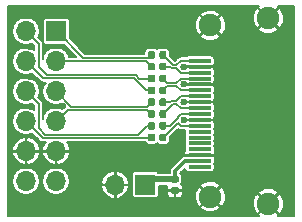
<source format=gbr>
G04 #@! TF.GenerationSoftware,KiCad,Pcbnew,5.0.2-bee76a0~70~ubuntu18.04.1*
G04 #@! TF.CreationDate,2020-06-27T14:22:49+01:00*
G04 #@! TF.ProjectId,picodvi_pmod,7069636f-6476-4695-9f70-6d6f642e6b69,rev?*
G04 #@! TF.SameCoordinates,Original*
G04 #@! TF.FileFunction,Copper,L1,Top*
G04 #@! TF.FilePolarity,Positive*
%FSLAX46Y46*%
G04 Gerber Fmt 4.6, Leading zero omitted, Abs format (unit mm)*
G04 Created by KiCad (PCBNEW 5.0.2-bee76a0~70~ubuntu18.04.1) date Sat 27 Jun 2020 14:22:49 BST*
%MOMM*%
%LPD*%
G01*
G04 APERTURE LIST*
G04 #@! TA.AperFunction,Conductor*
%ADD10C,0.100000*%
G04 #@! TD*
G04 #@! TA.AperFunction,SMDPad,CuDef*
%ADD11C,0.590000*%
G04 #@! TD*
G04 #@! TA.AperFunction,ComponentPad*
%ADD12R,1.700000X1.700000*%
G04 #@! TD*
G04 #@! TA.AperFunction,ComponentPad*
%ADD13O,1.700000X1.700000*%
G04 #@! TD*
G04 #@! TA.AperFunction,SMDPad,CuDef*
%ADD14R,1.900000X0.300000*%
G04 #@! TD*
G04 #@! TA.AperFunction,ComponentPad*
%ADD15C,1.900000*%
G04 #@! TD*
G04 #@! TA.AperFunction,ViaPad*
%ADD16C,0.600000*%
G04 #@! TD*
G04 #@! TA.AperFunction,Conductor*
%ADD17C,0.130000*%
G04 #@! TD*
G04 #@! TA.AperFunction,Conductor*
%ADD18C,0.500000*%
G04 #@! TD*
G04 #@! TA.AperFunction,Conductor*
%ADD19C,0.300000*%
G04 #@! TD*
G04 #@! TA.AperFunction,Conductor*
%ADD20C,0.200000*%
G04 #@! TD*
G04 APERTURE END LIST*
D10*
G04 #@! TO.N,/D2+*
G04 #@! TO.C,C1*
G36*
X140646958Y-71680710D02*
X140661276Y-71682834D01*
X140675317Y-71686351D01*
X140688946Y-71691228D01*
X140702031Y-71697417D01*
X140714447Y-71704858D01*
X140726073Y-71713481D01*
X140736798Y-71723202D01*
X140746519Y-71733927D01*
X140755142Y-71745553D01*
X140762583Y-71757969D01*
X140768772Y-71771054D01*
X140773649Y-71784683D01*
X140777166Y-71798724D01*
X140779290Y-71813042D01*
X140780000Y-71827500D01*
X140780000Y-72172500D01*
X140779290Y-72186958D01*
X140777166Y-72201276D01*
X140773649Y-72215317D01*
X140768772Y-72228946D01*
X140762583Y-72242031D01*
X140755142Y-72254447D01*
X140746519Y-72266073D01*
X140736798Y-72276798D01*
X140726073Y-72286519D01*
X140714447Y-72295142D01*
X140702031Y-72302583D01*
X140688946Y-72308772D01*
X140675317Y-72313649D01*
X140661276Y-72317166D01*
X140646958Y-72319290D01*
X140632500Y-72320000D01*
X140337500Y-72320000D01*
X140323042Y-72319290D01*
X140308724Y-72317166D01*
X140294683Y-72313649D01*
X140281054Y-72308772D01*
X140267969Y-72302583D01*
X140255553Y-72295142D01*
X140243927Y-72286519D01*
X140233202Y-72276798D01*
X140223481Y-72266073D01*
X140214858Y-72254447D01*
X140207417Y-72242031D01*
X140201228Y-72228946D01*
X140196351Y-72215317D01*
X140192834Y-72201276D01*
X140190710Y-72186958D01*
X140190000Y-72172500D01*
X140190000Y-71827500D01*
X140190710Y-71813042D01*
X140192834Y-71798724D01*
X140196351Y-71784683D01*
X140201228Y-71771054D01*
X140207417Y-71757969D01*
X140214858Y-71745553D01*
X140223481Y-71733927D01*
X140233202Y-71723202D01*
X140243927Y-71713481D01*
X140255553Y-71704858D01*
X140267969Y-71697417D01*
X140281054Y-71691228D01*
X140294683Y-71686351D01*
X140308724Y-71682834D01*
X140323042Y-71680710D01*
X140337500Y-71680000D01*
X140632500Y-71680000D01*
X140646958Y-71680710D01*
X140646958Y-71680710D01*
G37*
D11*
G04 #@! TD*
G04 #@! TO.P,C1,1*
G04 #@! TO.N,/D2+*
X140485000Y-72000000D03*
D10*
G04 #@! TO.N,/PMOD_D2+*
G04 #@! TO.C,C1*
G36*
X139676958Y-71680710D02*
X139691276Y-71682834D01*
X139705317Y-71686351D01*
X139718946Y-71691228D01*
X139732031Y-71697417D01*
X139744447Y-71704858D01*
X139756073Y-71713481D01*
X139766798Y-71723202D01*
X139776519Y-71733927D01*
X139785142Y-71745553D01*
X139792583Y-71757969D01*
X139798772Y-71771054D01*
X139803649Y-71784683D01*
X139807166Y-71798724D01*
X139809290Y-71813042D01*
X139810000Y-71827500D01*
X139810000Y-72172500D01*
X139809290Y-72186958D01*
X139807166Y-72201276D01*
X139803649Y-72215317D01*
X139798772Y-72228946D01*
X139792583Y-72242031D01*
X139785142Y-72254447D01*
X139776519Y-72266073D01*
X139766798Y-72276798D01*
X139756073Y-72286519D01*
X139744447Y-72295142D01*
X139732031Y-72302583D01*
X139718946Y-72308772D01*
X139705317Y-72313649D01*
X139691276Y-72317166D01*
X139676958Y-72319290D01*
X139662500Y-72320000D01*
X139367500Y-72320000D01*
X139353042Y-72319290D01*
X139338724Y-72317166D01*
X139324683Y-72313649D01*
X139311054Y-72308772D01*
X139297969Y-72302583D01*
X139285553Y-72295142D01*
X139273927Y-72286519D01*
X139263202Y-72276798D01*
X139253481Y-72266073D01*
X139244858Y-72254447D01*
X139237417Y-72242031D01*
X139231228Y-72228946D01*
X139226351Y-72215317D01*
X139222834Y-72201276D01*
X139220710Y-72186958D01*
X139220000Y-72172500D01*
X139220000Y-71827500D01*
X139220710Y-71813042D01*
X139222834Y-71798724D01*
X139226351Y-71784683D01*
X139231228Y-71771054D01*
X139237417Y-71757969D01*
X139244858Y-71745553D01*
X139253481Y-71733927D01*
X139263202Y-71723202D01*
X139273927Y-71713481D01*
X139285553Y-71704858D01*
X139297969Y-71697417D01*
X139311054Y-71691228D01*
X139324683Y-71686351D01*
X139338724Y-71682834D01*
X139353042Y-71680710D01*
X139367500Y-71680000D01*
X139662500Y-71680000D01*
X139676958Y-71680710D01*
X139676958Y-71680710D01*
G37*
D11*
G04 #@! TD*
G04 #@! TO.P,C1,2*
G04 #@! TO.N,/PMOD_D2+*
X139515000Y-72000000D03*
D10*
G04 #@! TO.N,/D1+*
G04 #@! TO.C,C2*
G36*
X140646958Y-73680710D02*
X140661276Y-73682834D01*
X140675317Y-73686351D01*
X140688946Y-73691228D01*
X140702031Y-73697417D01*
X140714447Y-73704858D01*
X140726073Y-73713481D01*
X140736798Y-73723202D01*
X140746519Y-73733927D01*
X140755142Y-73745553D01*
X140762583Y-73757969D01*
X140768772Y-73771054D01*
X140773649Y-73784683D01*
X140777166Y-73798724D01*
X140779290Y-73813042D01*
X140780000Y-73827500D01*
X140780000Y-74172500D01*
X140779290Y-74186958D01*
X140777166Y-74201276D01*
X140773649Y-74215317D01*
X140768772Y-74228946D01*
X140762583Y-74242031D01*
X140755142Y-74254447D01*
X140746519Y-74266073D01*
X140736798Y-74276798D01*
X140726073Y-74286519D01*
X140714447Y-74295142D01*
X140702031Y-74302583D01*
X140688946Y-74308772D01*
X140675317Y-74313649D01*
X140661276Y-74317166D01*
X140646958Y-74319290D01*
X140632500Y-74320000D01*
X140337500Y-74320000D01*
X140323042Y-74319290D01*
X140308724Y-74317166D01*
X140294683Y-74313649D01*
X140281054Y-74308772D01*
X140267969Y-74302583D01*
X140255553Y-74295142D01*
X140243927Y-74286519D01*
X140233202Y-74276798D01*
X140223481Y-74266073D01*
X140214858Y-74254447D01*
X140207417Y-74242031D01*
X140201228Y-74228946D01*
X140196351Y-74215317D01*
X140192834Y-74201276D01*
X140190710Y-74186958D01*
X140190000Y-74172500D01*
X140190000Y-73827500D01*
X140190710Y-73813042D01*
X140192834Y-73798724D01*
X140196351Y-73784683D01*
X140201228Y-73771054D01*
X140207417Y-73757969D01*
X140214858Y-73745553D01*
X140223481Y-73733927D01*
X140233202Y-73723202D01*
X140243927Y-73713481D01*
X140255553Y-73704858D01*
X140267969Y-73697417D01*
X140281054Y-73691228D01*
X140294683Y-73686351D01*
X140308724Y-73682834D01*
X140323042Y-73680710D01*
X140337500Y-73680000D01*
X140632500Y-73680000D01*
X140646958Y-73680710D01*
X140646958Y-73680710D01*
G37*
D11*
G04 #@! TD*
G04 #@! TO.P,C2,1*
G04 #@! TO.N,/D1+*
X140485000Y-74000000D03*
D10*
G04 #@! TO.N,/PMOD_D1+*
G04 #@! TO.C,C2*
G36*
X139676958Y-73680710D02*
X139691276Y-73682834D01*
X139705317Y-73686351D01*
X139718946Y-73691228D01*
X139732031Y-73697417D01*
X139744447Y-73704858D01*
X139756073Y-73713481D01*
X139766798Y-73723202D01*
X139776519Y-73733927D01*
X139785142Y-73745553D01*
X139792583Y-73757969D01*
X139798772Y-73771054D01*
X139803649Y-73784683D01*
X139807166Y-73798724D01*
X139809290Y-73813042D01*
X139810000Y-73827500D01*
X139810000Y-74172500D01*
X139809290Y-74186958D01*
X139807166Y-74201276D01*
X139803649Y-74215317D01*
X139798772Y-74228946D01*
X139792583Y-74242031D01*
X139785142Y-74254447D01*
X139776519Y-74266073D01*
X139766798Y-74276798D01*
X139756073Y-74286519D01*
X139744447Y-74295142D01*
X139732031Y-74302583D01*
X139718946Y-74308772D01*
X139705317Y-74313649D01*
X139691276Y-74317166D01*
X139676958Y-74319290D01*
X139662500Y-74320000D01*
X139367500Y-74320000D01*
X139353042Y-74319290D01*
X139338724Y-74317166D01*
X139324683Y-74313649D01*
X139311054Y-74308772D01*
X139297969Y-74302583D01*
X139285553Y-74295142D01*
X139273927Y-74286519D01*
X139263202Y-74276798D01*
X139253481Y-74266073D01*
X139244858Y-74254447D01*
X139237417Y-74242031D01*
X139231228Y-74228946D01*
X139226351Y-74215317D01*
X139222834Y-74201276D01*
X139220710Y-74186958D01*
X139220000Y-74172500D01*
X139220000Y-73827500D01*
X139220710Y-73813042D01*
X139222834Y-73798724D01*
X139226351Y-73784683D01*
X139231228Y-73771054D01*
X139237417Y-73757969D01*
X139244858Y-73745553D01*
X139253481Y-73733927D01*
X139263202Y-73723202D01*
X139273927Y-73713481D01*
X139285553Y-73704858D01*
X139297969Y-73697417D01*
X139311054Y-73691228D01*
X139324683Y-73686351D01*
X139338724Y-73682834D01*
X139353042Y-73680710D01*
X139367500Y-73680000D01*
X139662500Y-73680000D01*
X139676958Y-73680710D01*
X139676958Y-73680710D01*
G37*
D11*
G04 #@! TD*
G04 #@! TO.P,C2,2*
G04 #@! TO.N,/PMOD_D1+*
X139515000Y-74000000D03*
D10*
G04 #@! TO.N,/D0+*
G04 #@! TO.C,C3*
G36*
X140646958Y-75680710D02*
X140661276Y-75682834D01*
X140675317Y-75686351D01*
X140688946Y-75691228D01*
X140702031Y-75697417D01*
X140714447Y-75704858D01*
X140726073Y-75713481D01*
X140736798Y-75723202D01*
X140746519Y-75733927D01*
X140755142Y-75745553D01*
X140762583Y-75757969D01*
X140768772Y-75771054D01*
X140773649Y-75784683D01*
X140777166Y-75798724D01*
X140779290Y-75813042D01*
X140780000Y-75827500D01*
X140780000Y-76172500D01*
X140779290Y-76186958D01*
X140777166Y-76201276D01*
X140773649Y-76215317D01*
X140768772Y-76228946D01*
X140762583Y-76242031D01*
X140755142Y-76254447D01*
X140746519Y-76266073D01*
X140736798Y-76276798D01*
X140726073Y-76286519D01*
X140714447Y-76295142D01*
X140702031Y-76302583D01*
X140688946Y-76308772D01*
X140675317Y-76313649D01*
X140661276Y-76317166D01*
X140646958Y-76319290D01*
X140632500Y-76320000D01*
X140337500Y-76320000D01*
X140323042Y-76319290D01*
X140308724Y-76317166D01*
X140294683Y-76313649D01*
X140281054Y-76308772D01*
X140267969Y-76302583D01*
X140255553Y-76295142D01*
X140243927Y-76286519D01*
X140233202Y-76276798D01*
X140223481Y-76266073D01*
X140214858Y-76254447D01*
X140207417Y-76242031D01*
X140201228Y-76228946D01*
X140196351Y-76215317D01*
X140192834Y-76201276D01*
X140190710Y-76186958D01*
X140190000Y-76172500D01*
X140190000Y-75827500D01*
X140190710Y-75813042D01*
X140192834Y-75798724D01*
X140196351Y-75784683D01*
X140201228Y-75771054D01*
X140207417Y-75757969D01*
X140214858Y-75745553D01*
X140223481Y-75733927D01*
X140233202Y-75723202D01*
X140243927Y-75713481D01*
X140255553Y-75704858D01*
X140267969Y-75697417D01*
X140281054Y-75691228D01*
X140294683Y-75686351D01*
X140308724Y-75682834D01*
X140323042Y-75680710D01*
X140337500Y-75680000D01*
X140632500Y-75680000D01*
X140646958Y-75680710D01*
X140646958Y-75680710D01*
G37*
D11*
G04 #@! TD*
G04 #@! TO.P,C3,1*
G04 #@! TO.N,/D0+*
X140485000Y-76000000D03*
D10*
G04 #@! TO.N,/PMOD_D0+*
G04 #@! TO.C,C3*
G36*
X139676958Y-75680710D02*
X139691276Y-75682834D01*
X139705317Y-75686351D01*
X139718946Y-75691228D01*
X139732031Y-75697417D01*
X139744447Y-75704858D01*
X139756073Y-75713481D01*
X139766798Y-75723202D01*
X139776519Y-75733927D01*
X139785142Y-75745553D01*
X139792583Y-75757969D01*
X139798772Y-75771054D01*
X139803649Y-75784683D01*
X139807166Y-75798724D01*
X139809290Y-75813042D01*
X139810000Y-75827500D01*
X139810000Y-76172500D01*
X139809290Y-76186958D01*
X139807166Y-76201276D01*
X139803649Y-76215317D01*
X139798772Y-76228946D01*
X139792583Y-76242031D01*
X139785142Y-76254447D01*
X139776519Y-76266073D01*
X139766798Y-76276798D01*
X139756073Y-76286519D01*
X139744447Y-76295142D01*
X139732031Y-76302583D01*
X139718946Y-76308772D01*
X139705317Y-76313649D01*
X139691276Y-76317166D01*
X139676958Y-76319290D01*
X139662500Y-76320000D01*
X139367500Y-76320000D01*
X139353042Y-76319290D01*
X139338724Y-76317166D01*
X139324683Y-76313649D01*
X139311054Y-76308772D01*
X139297969Y-76302583D01*
X139285553Y-76295142D01*
X139273927Y-76286519D01*
X139263202Y-76276798D01*
X139253481Y-76266073D01*
X139244858Y-76254447D01*
X139237417Y-76242031D01*
X139231228Y-76228946D01*
X139226351Y-76215317D01*
X139222834Y-76201276D01*
X139220710Y-76186958D01*
X139220000Y-76172500D01*
X139220000Y-75827500D01*
X139220710Y-75813042D01*
X139222834Y-75798724D01*
X139226351Y-75784683D01*
X139231228Y-75771054D01*
X139237417Y-75757969D01*
X139244858Y-75745553D01*
X139253481Y-75733927D01*
X139263202Y-75723202D01*
X139273927Y-75713481D01*
X139285553Y-75704858D01*
X139297969Y-75697417D01*
X139311054Y-75691228D01*
X139324683Y-75686351D01*
X139338724Y-75682834D01*
X139353042Y-75680710D01*
X139367500Y-75680000D01*
X139662500Y-75680000D01*
X139676958Y-75680710D01*
X139676958Y-75680710D01*
G37*
D11*
G04 #@! TD*
G04 #@! TO.P,C3,2*
G04 #@! TO.N,/PMOD_D0+*
X139515000Y-76000000D03*
D10*
G04 #@! TO.N,/CK+*
G04 #@! TO.C,C4*
G36*
X140646958Y-77680710D02*
X140661276Y-77682834D01*
X140675317Y-77686351D01*
X140688946Y-77691228D01*
X140702031Y-77697417D01*
X140714447Y-77704858D01*
X140726073Y-77713481D01*
X140736798Y-77723202D01*
X140746519Y-77733927D01*
X140755142Y-77745553D01*
X140762583Y-77757969D01*
X140768772Y-77771054D01*
X140773649Y-77784683D01*
X140777166Y-77798724D01*
X140779290Y-77813042D01*
X140780000Y-77827500D01*
X140780000Y-78172500D01*
X140779290Y-78186958D01*
X140777166Y-78201276D01*
X140773649Y-78215317D01*
X140768772Y-78228946D01*
X140762583Y-78242031D01*
X140755142Y-78254447D01*
X140746519Y-78266073D01*
X140736798Y-78276798D01*
X140726073Y-78286519D01*
X140714447Y-78295142D01*
X140702031Y-78302583D01*
X140688946Y-78308772D01*
X140675317Y-78313649D01*
X140661276Y-78317166D01*
X140646958Y-78319290D01*
X140632500Y-78320000D01*
X140337500Y-78320000D01*
X140323042Y-78319290D01*
X140308724Y-78317166D01*
X140294683Y-78313649D01*
X140281054Y-78308772D01*
X140267969Y-78302583D01*
X140255553Y-78295142D01*
X140243927Y-78286519D01*
X140233202Y-78276798D01*
X140223481Y-78266073D01*
X140214858Y-78254447D01*
X140207417Y-78242031D01*
X140201228Y-78228946D01*
X140196351Y-78215317D01*
X140192834Y-78201276D01*
X140190710Y-78186958D01*
X140190000Y-78172500D01*
X140190000Y-77827500D01*
X140190710Y-77813042D01*
X140192834Y-77798724D01*
X140196351Y-77784683D01*
X140201228Y-77771054D01*
X140207417Y-77757969D01*
X140214858Y-77745553D01*
X140223481Y-77733927D01*
X140233202Y-77723202D01*
X140243927Y-77713481D01*
X140255553Y-77704858D01*
X140267969Y-77697417D01*
X140281054Y-77691228D01*
X140294683Y-77686351D01*
X140308724Y-77682834D01*
X140323042Y-77680710D01*
X140337500Y-77680000D01*
X140632500Y-77680000D01*
X140646958Y-77680710D01*
X140646958Y-77680710D01*
G37*
D11*
G04 #@! TD*
G04 #@! TO.P,C4,1*
G04 #@! TO.N,/CK+*
X140485000Y-78000000D03*
D10*
G04 #@! TO.N,/PMOD_CK+*
G04 #@! TO.C,C4*
G36*
X139676958Y-77680710D02*
X139691276Y-77682834D01*
X139705317Y-77686351D01*
X139718946Y-77691228D01*
X139732031Y-77697417D01*
X139744447Y-77704858D01*
X139756073Y-77713481D01*
X139766798Y-77723202D01*
X139776519Y-77733927D01*
X139785142Y-77745553D01*
X139792583Y-77757969D01*
X139798772Y-77771054D01*
X139803649Y-77784683D01*
X139807166Y-77798724D01*
X139809290Y-77813042D01*
X139810000Y-77827500D01*
X139810000Y-78172500D01*
X139809290Y-78186958D01*
X139807166Y-78201276D01*
X139803649Y-78215317D01*
X139798772Y-78228946D01*
X139792583Y-78242031D01*
X139785142Y-78254447D01*
X139776519Y-78266073D01*
X139766798Y-78276798D01*
X139756073Y-78286519D01*
X139744447Y-78295142D01*
X139732031Y-78302583D01*
X139718946Y-78308772D01*
X139705317Y-78313649D01*
X139691276Y-78317166D01*
X139676958Y-78319290D01*
X139662500Y-78320000D01*
X139367500Y-78320000D01*
X139353042Y-78319290D01*
X139338724Y-78317166D01*
X139324683Y-78313649D01*
X139311054Y-78308772D01*
X139297969Y-78302583D01*
X139285553Y-78295142D01*
X139273927Y-78286519D01*
X139263202Y-78276798D01*
X139253481Y-78266073D01*
X139244858Y-78254447D01*
X139237417Y-78242031D01*
X139231228Y-78228946D01*
X139226351Y-78215317D01*
X139222834Y-78201276D01*
X139220710Y-78186958D01*
X139220000Y-78172500D01*
X139220000Y-77827500D01*
X139220710Y-77813042D01*
X139222834Y-77798724D01*
X139226351Y-77784683D01*
X139231228Y-77771054D01*
X139237417Y-77757969D01*
X139244858Y-77745553D01*
X139253481Y-77733927D01*
X139263202Y-77723202D01*
X139273927Y-77713481D01*
X139285553Y-77704858D01*
X139297969Y-77697417D01*
X139311054Y-77691228D01*
X139324683Y-77686351D01*
X139338724Y-77682834D01*
X139353042Y-77680710D01*
X139367500Y-77680000D01*
X139662500Y-77680000D01*
X139676958Y-77680710D01*
X139676958Y-77680710D01*
G37*
D11*
G04 #@! TD*
G04 #@! TO.P,C4,2*
G04 #@! TO.N,/PMOD_CK+*
X139515000Y-78000000D03*
D10*
G04 #@! TO.N,/PMOD_D2-*
G04 #@! TO.C,C5*
G36*
X139676958Y-72680710D02*
X139691276Y-72682834D01*
X139705317Y-72686351D01*
X139718946Y-72691228D01*
X139732031Y-72697417D01*
X139744447Y-72704858D01*
X139756073Y-72713481D01*
X139766798Y-72723202D01*
X139776519Y-72733927D01*
X139785142Y-72745553D01*
X139792583Y-72757969D01*
X139798772Y-72771054D01*
X139803649Y-72784683D01*
X139807166Y-72798724D01*
X139809290Y-72813042D01*
X139810000Y-72827500D01*
X139810000Y-73172500D01*
X139809290Y-73186958D01*
X139807166Y-73201276D01*
X139803649Y-73215317D01*
X139798772Y-73228946D01*
X139792583Y-73242031D01*
X139785142Y-73254447D01*
X139776519Y-73266073D01*
X139766798Y-73276798D01*
X139756073Y-73286519D01*
X139744447Y-73295142D01*
X139732031Y-73302583D01*
X139718946Y-73308772D01*
X139705317Y-73313649D01*
X139691276Y-73317166D01*
X139676958Y-73319290D01*
X139662500Y-73320000D01*
X139367500Y-73320000D01*
X139353042Y-73319290D01*
X139338724Y-73317166D01*
X139324683Y-73313649D01*
X139311054Y-73308772D01*
X139297969Y-73302583D01*
X139285553Y-73295142D01*
X139273927Y-73286519D01*
X139263202Y-73276798D01*
X139253481Y-73266073D01*
X139244858Y-73254447D01*
X139237417Y-73242031D01*
X139231228Y-73228946D01*
X139226351Y-73215317D01*
X139222834Y-73201276D01*
X139220710Y-73186958D01*
X139220000Y-73172500D01*
X139220000Y-72827500D01*
X139220710Y-72813042D01*
X139222834Y-72798724D01*
X139226351Y-72784683D01*
X139231228Y-72771054D01*
X139237417Y-72757969D01*
X139244858Y-72745553D01*
X139253481Y-72733927D01*
X139263202Y-72723202D01*
X139273927Y-72713481D01*
X139285553Y-72704858D01*
X139297969Y-72697417D01*
X139311054Y-72691228D01*
X139324683Y-72686351D01*
X139338724Y-72682834D01*
X139353042Y-72680710D01*
X139367500Y-72680000D01*
X139662500Y-72680000D01*
X139676958Y-72680710D01*
X139676958Y-72680710D01*
G37*
D11*
G04 #@! TD*
G04 #@! TO.P,C5,2*
G04 #@! TO.N,/PMOD_D2-*
X139515000Y-73000000D03*
D10*
G04 #@! TO.N,/D2-*
G04 #@! TO.C,C5*
G36*
X140646958Y-72680710D02*
X140661276Y-72682834D01*
X140675317Y-72686351D01*
X140688946Y-72691228D01*
X140702031Y-72697417D01*
X140714447Y-72704858D01*
X140726073Y-72713481D01*
X140736798Y-72723202D01*
X140746519Y-72733927D01*
X140755142Y-72745553D01*
X140762583Y-72757969D01*
X140768772Y-72771054D01*
X140773649Y-72784683D01*
X140777166Y-72798724D01*
X140779290Y-72813042D01*
X140780000Y-72827500D01*
X140780000Y-73172500D01*
X140779290Y-73186958D01*
X140777166Y-73201276D01*
X140773649Y-73215317D01*
X140768772Y-73228946D01*
X140762583Y-73242031D01*
X140755142Y-73254447D01*
X140746519Y-73266073D01*
X140736798Y-73276798D01*
X140726073Y-73286519D01*
X140714447Y-73295142D01*
X140702031Y-73302583D01*
X140688946Y-73308772D01*
X140675317Y-73313649D01*
X140661276Y-73317166D01*
X140646958Y-73319290D01*
X140632500Y-73320000D01*
X140337500Y-73320000D01*
X140323042Y-73319290D01*
X140308724Y-73317166D01*
X140294683Y-73313649D01*
X140281054Y-73308772D01*
X140267969Y-73302583D01*
X140255553Y-73295142D01*
X140243927Y-73286519D01*
X140233202Y-73276798D01*
X140223481Y-73266073D01*
X140214858Y-73254447D01*
X140207417Y-73242031D01*
X140201228Y-73228946D01*
X140196351Y-73215317D01*
X140192834Y-73201276D01*
X140190710Y-73186958D01*
X140190000Y-73172500D01*
X140190000Y-72827500D01*
X140190710Y-72813042D01*
X140192834Y-72798724D01*
X140196351Y-72784683D01*
X140201228Y-72771054D01*
X140207417Y-72757969D01*
X140214858Y-72745553D01*
X140223481Y-72733927D01*
X140233202Y-72723202D01*
X140243927Y-72713481D01*
X140255553Y-72704858D01*
X140267969Y-72697417D01*
X140281054Y-72691228D01*
X140294683Y-72686351D01*
X140308724Y-72682834D01*
X140323042Y-72680710D01*
X140337500Y-72680000D01*
X140632500Y-72680000D01*
X140646958Y-72680710D01*
X140646958Y-72680710D01*
G37*
D11*
G04 #@! TD*
G04 #@! TO.P,C5,1*
G04 #@! TO.N,/D2-*
X140485000Y-73000000D03*
D10*
G04 #@! TO.N,/PMOD_D1-*
G04 #@! TO.C,C6*
G36*
X139676958Y-74680710D02*
X139691276Y-74682834D01*
X139705317Y-74686351D01*
X139718946Y-74691228D01*
X139732031Y-74697417D01*
X139744447Y-74704858D01*
X139756073Y-74713481D01*
X139766798Y-74723202D01*
X139776519Y-74733927D01*
X139785142Y-74745553D01*
X139792583Y-74757969D01*
X139798772Y-74771054D01*
X139803649Y-74784683D01*
X139807166Y-74798724D01*
X139809290Y-74813042D01*
X139810000Y-74827500D01*
X139810000Y-75172500D01*
X139809290Y-75186958D01*
X139807166Y-75201276D01*
X139803649Y-75215317D01*
X139798772Y-75228946D01*
X139792583Y-75242031D01*
X139785142Y-75254447D01*
X139776519Y-75266073D01*
X139766798Y-75276798D01*
X139756073Y-75286519D01*
X139744447Y-75295142D01*
X139732031Y-75302583D01*
X139718946Y-75308772D01*
X139705317Y-75313649D01*
X139691276Y-75317166D01*
X139676958Y-75319290D01*
X139662500Y-75320000D01*
X139367500Y-75320000D01*
X139353042Y-75319290D01*
X139338724Y-75317166D01*
X139324683Y-75313649D01*
X139311054Y-75308772D01*
X139297969Y-75302583D01*
X139285553Y-75295142D01*
X139273927Y-75286519D01*
X139263202Y-75276798D01*
X139253481Y-75266073D01*
X139244858Y-75254447D01*
X139237417Y-75242031D01*
X139231228Y-75228946D01*
X139226351Y-75215317D01*
X139222834Y-75201276D01*
X139220710Y-75186958D01*
X139220000Y-75172500D01*
X139220000Y-74827500D01*
X139220710Y-74813042D01*
X139222834Y-74798724D01*
X139226351Y-74784683D01*
X139231228Y-74771054D01*
X139237417Y-74757969D01*
X139244858Y-74745553D01*
X139253481Y-74733927D01*
X139263202Y-74723202D01*
X139273927Y-74713481D01*
X139285553Y-74704858D01*
X139297969Y-74697417D01*
X139311054Y-74691228D01*
X139324683Y-74686351D01*
X139338724Y-74682834D01*
X139353042Y-74680710D01*
X139367500Y-74680000D01*
X139662500Y-74680000D01*
X139676958Y-74680710D01*
X139676958Y-74680710D01*
G37*
D11*
G04 #@! TD*
G04 #@! TO.P,C6,2*
G04 #@! TO.N,/PMOD_D1-*
X139515000Y-75000000D03*
D10*
G04 #@! TO.N,/D1-*
G04 #@! TO.C,C6*
G36*
X140646958Y-74680710D02*
X140661276Y-74682834D01*
X140675317Y-74686351D01*
X140688946Y-74691228D01*
X140702031Y-74697417D01*
X140714447Y-74704858D01*
X140726073Y-74713481D01*
X140736798Y-74723202D01*
X140746519Y-74733927D01*
X140755142Y-74745553D01*
X140762583Y-74757969D01*
X140768772Y-74771054D01*
X140773649Y-74784683D01*
X140777166Y-74798724D01*
X140779290Y-74813042D01*
X140780000Y-74827500D01*
X140780000Y-75172500D01*
X140779290Y-75186958D01*
X140777166Y-75201276D01*
X140773649Y-75215317D01*
X140768772Y-75228946D01*
X140762583Y-75242031D01*
X140755142Y-75254447D01*
X140746519Y-75266073D01*
X140736798Y-75276798D01*
X140726073Y-75286519D01*
X140714447Y-75295142D01*
X140702031Y-75302583D01*
X140688946Y-75308772D01*
X140675317Y-75313649D01*
X140661276Y-75317166D01*
X140646958Y-75319290D01*
X140632500Y-75320000D01*
X140337500Y-75320000D01*
X140323042Y-75319290D01*
X140308724Y-75317166D01*
X140294683Y-75313649D01*
X140281054Y-75308772D01*
X140267969Y-75302583D01*
X140255553Y-75295142D01*
X140243927Y-75286519D01*
X140233202Y-75276798D01*
X140223481Y-75266073D01*
X140214858Y-75254447D01*
X140207417Y-75242031D01*
X140201228Y-75228946D01*
X140196351Y-75215317D01*
X140192834Y-75201276D01*
X140190710Y-75186958D01*
X140190000Y-75172500D01*
X140190000Y-74827500D01*
X140190710Y-74813042D01*
X140192834Y-74798724D01*
X140196351Y-74784683D01*
X140201228Y-74771054D01*
X140207417Y-74757969D01*
X140214858Y-74745553D01*
X140223481Y-74733927D01*
X140233202Y-74723202D01*
X140243927Y-74713481D01*
X140255553Y-74704858D01*
X140267969Y-74697417D01*
X140281054Y-74691228D01*
X140294683Y-74686351D01*
X140308724Y-74682834D01*
X140323042Y-74680710D01*
X140337500Y-74680000D01*
X140632500Y-74680000D01*
X140646958Y-74680710D01*
X140646958Y-74680710D01*
G37*
D11*
G04 #@! TD*
G04 #@! TO.P,C6,1*
G04 #@! TO.N,/D1-*
X140485000Y-75000000D03*
D10*
G04 #@! TO.N,/PMOD_D0-*
G04 #@! TO.C,C7*
G36*
X139676958Y-76680710D02*
X139691276Y-76682834D01*
X139705317Y-76686351D01*
X139718946Y-76691228D01*
X139732031Y-76697417D01*
X139744447Y-76704858D01*
X139756073Y-76713481D01*
X139766798Y-76723202D01*
X139776519Y-76733927D01*
X139785142Y-76745553D01*
X139792583Y-76757969D01*
X139798772Y-76771054D01*
X139803649Y-76784683D01*
X139807166Y-76798724D01*
X139809290Y-76813042D01*
X139810000Y-76827500D01*
X139810000Y-77172500D01*
X139809290Y-77186958D01*
X139807166Y-77201276D01*
X139803649Y-77215317D01*
X139798772Y-77228946D01*
X139792583Y-77242031D01*
X139785142Y-77254447D01*
X139776519Y-77266073D01*
X139766798Y-77276798D01*
X139756073Y-77286519D01*
X139744447Y-77295142D01*
X139732031Y-77302583D01*
X139718946Y-77308772D01*
X139705317Y-77313649D01*
X139691276Y-77317166D01*
X139676958Y-77319290D01*
X139662500Y-77320000D01*
X139367500Y-77320000D01*
X139353042Y-77319290D01*
X139338724Y-77317166D01*
X139324683Y-77313649D01*
X139311054Y-77308772D01*
X139297969Y-77302583D01*
X139285553Y-77295142D01*
X139273927Y-77286519D01*
X139263202Y-77276798D01*
X139253481Y-77266073D01*
X139244858Y-77254447D01*
X139237417Y-77242031D01*
X139231228Y-77228946D01*
X139226351Y-77215317D01*
X139222834Y-77201276D01*
X139220710Y-77186958D01*
X139220000Y-77172500D01*
X139220000Y-76827500D01*
X139220710Y-76813042D01*
X139222834Y-76798724D01*
X139226351Y-76784683D01*
X139231228Y-76771054D01*
X139237417Y-76757969D01*
X139244858Y-76745553D01*
X139253481Y-76733927D01*
X139263202Y-76723202D01*
X139273927Y-76713481D01*
X139285553Y-76704858D01*
X139297969Y-76697417D01*
X139311054Y-76691228D01*
X139324683Y-76686351D01*
X139338724Y-76682834D01*
X139353042Y-76680710D01*
X139367500Y-76680000D01*
X139662500Y-76680000D01*
X139676958Y-76680710D01*
X139676958Y-76680710D01*
G37*
D11*
G04 #@! TD*
G04 #@! TO.P,C7,2*
G04 #@! TO.N,/PMOD_D0-*
X139515000Y-77000000D03*
D10*
G04 #@! TO.N,/D0-*
G04 #@! TO.C,C7*
G36*
X140646958Y-76680710D02*
X140661276Y-76682834D01*
X140675317Y-76686351D01*
X140688946Y-76691228D01*
X140702031Y-76697417D01*
X140714447Y-76704858D01*
X140726073Y-76713481D01*
X140736798Y-76723202D01*
X140746519Y-76733927D01*
X140755142Y-76745553D01*
X140762583Y-76757969D01*
X140768772Y-76771054D01*
X140773649Y-76784683D01*
X140777166Y-76798724D01*
X140779290Y-76813042D01*
X140780000Y-76827500D01*
X140780000Y-77172500D01*
X140779290Y-77186958D01*
X140777166Y-77201276D01*
X140773649Y-77215317D01*
X140768772Y-77228946D01*
X140762583Y-77242031D01*
X140755142Y-77254447D01*
X140746519Y-77266073D01*
X140736798Y-77276798D01*
X140726073Y-77286519D01*
X140714447Y-77295142D01*
X140702031Y-77302583D01*
X140688946Y-77308772D01*
X140675317Y-77313649D01*
X140661276Y-77317166D01*
X140646958Y-77319290D01*
X140632500Y-77320000D01*
X140337500Y-77320000D01*
X140323042Y-77319290D01*
X140308724Y-77317166D01*
X140294683Y-77313649D01*
X140281054Y-77308772D01*
X140267969Y-77302583D01*
X140255553Y-77295142D01*
X140243927Y-77286519D01*
X140233202Y-77276798D01*
X140223481Y-77266073D01*
X140214858Y-77254447D01*
X140207417Y-77242031D01*
X140201228Y-77228946D01*
X140196351Y-77215317D01*
X140192834Y-77201276D01*
X140190710Y-77186958D01*
X140190000Y-77172500D01*
X140190000Y-76827500D01*
X140190710Y-76813042D01*
X140192834Y-76798724D01*
X140196351Y-76784683D01*
X140201228Y-76771054D01*
X140207417Y-76757969D01*
X140214858Y-76745553D01*
X140223481Y-76733927D01*
X140233202Y-76723202D01*
X140243927Y-76713481D01*
X140255553Y-76704858D01*
X140267969Y-76697417D01*
X140281054Y-76691228D01*
X140294683Y-76686351D01*
X140308724Y-76682834D01*
X140323042Y-76680710D01*
X140337500Y-76680000D01*
X140632500Y-76680000D01*
X140646958Y-76680710D01*
X140646958Y-76680710D01*
G37*
D11*
G04 #@! TD*
G04 #@! TO.P,C7,1*
G04 #@! TO.N,/D0-*
X140485000Y-77000000D03*
D10*
G04 #@! TO.N,/PMOD_CK-*
G04 #@! TO.C,C8*
G36*
X139676958Y-78680710D02*
X139691276Y-78682834D01*
X139705317Y-78686351D01*
X139718946Y-78691228D01*
X139732031Y-78697417D01*
X139744447Y-78704858D01*
X139756073Y-78713481D01*
X139766798Y-78723202D01*
X139776519Y-78733927D01*
X139785142Y-78745553D01*
X139792583Y-78757969D01*
X139798772Y-78771054D01*
X139803649Y-78784683D01*
X139807166Y-78798724D01*
X139809290Y-78813042D01*
X139810000Y-78827500D01*
X139810000Y-79172500D01*
X139809290Y-79186958D01*
X139807166Y-79201276D01*
X139803649Y-79215317D01*
X139798772Y-79228946D01*
X139792583Y-79242031D01*
X139785142Y-79254447D01*
X139776519Y-79266073D01*
X139766798Y-79276798D01*
X139756073Y-79286519D01*
X139744447Y-79295142D01*
X139732031Y-79302583D01*
X139718946Y-79308772D01*
X139705317Y-79313649D01*
X139691276Y-79317166D01*
X139676958Y-79319290D01*
X139662500Y-79320000D01*
X139367500Y-79320000D01*
X139353042Y-79319290D01*
X139338724Y-79317166D01*
X139324683Y-79313649D01*
X139311054Y-79308772D01*
X139297969Y-79302583D01*
X139285553Y-79295142D01*
X139273927Y-79286519D01*
X139263202Y-79276798D01*
X139253481Y-79266073D01*
X139244858Y-79254447D01*
X139237417Y-79242031D01*
X139231228Y-79228946D01*
X139226351Y-79215317D01*
X139222834Y-79201276D01*
X139220710Y-79186958D01*
X139220000Y-79172500D01*
X139220000Y-78827500D01*
X139220710Y-78813042D01*
X139222834Y-78798724D01*
X139226351Y-78784683D01*
X139231228Y-78771054D01*
X139237417Y-78757969D01*
X139244858Y-78745553D01*
X139253481Y-78733927D01*
X139263202Y-78723202D01*
X139273927Y-78713481D01*
X139285553Y-78704858D01*
X139297969Y-78697417D01*
X139311054Y-78691228D01*
X139324683Y-78686351D01*
X139338724Y-78682834D01*
X139353042Y-78680710D01*
X139367500Y-78680000D01*
X139662500Y-78680000D01*
X139676958Y-78680710D01*
X139676958Y-78680710D01*
G37*
D11*
G04 #@! TD*
G04 #@! TO.P,C8,2*
G04 #@! TO.N,/PMOD_CK-*
X139515000Y-79000000D03*
D10*
G04 #@! TO.N,/CK-*
G04 #@! TO.C,C8*
G36*
X140646958Y-78680710D02*
X140661276Y-78682834D01*
X140675317Y-78686351D01*
X140688946Y-78691228D01*
X140702031Y-78697417D01*
X140714447Y-78704858D01*
X140726073Y-78713481D01*
X140736798Y-78723202D01*
X140746519Y-78733927D01*
X140755142Y-78745553D01*
X140762583Y-78757969D01*
X140768772Y-78771054D01*
X140773649Y-78784683D01*
X140777166Y-78798724D01*
X140779290Y-78813042D01*
X140780000Y-78827500D01*
X140780000Y-79172500D01*
X140779290Y-79186958D01*
X140777166Y-79201276D01*
X140773649Y-79215317D01*
X140768772Y-79228946D01*
X140762583Y-79242031D01*
X140755142Y-79254447D01*
X140746519Y-79266073D01*
X140736798Y-79276798D01*
X140726073Y-79286519D01*
X140714447Y-79295142D01*
X140702031Y-79302583D01*
X140688946Y-79308772D01*
X140675317Y-79313649D01*
X140661276Y-79317166D01*
X140646958Y-79319290D01*
X140632500Y-79320000D01*
X140337500Y-79320000D01*
X140323042Y-79319290D01*
X140308724Y-79317166D01*
X140294683Y-79313649D01*
X140281054Y-79308772D01*
X140267969Y-79302583D01*
X140255553Y-79295142D01*
X140243927Y-79286519D01*
X140233202Y-79276798D01*
X140223481Y-79266073D01*
X140214858Y-79254447D01*
X140207417Y-79242031D01*
X140201228Y-79228946D01*
X140196351Y-79215317D01*
X140192834Y-79201276D01*
X140190710Y-79186958D01*
X140190000Y-79172500D01*
X140190000Y-78827500D01*
X140190710Y-78813042D01*
X140192834Y-78798724D01*
X140196351Y-78784683D01*
X140201228Y-78771054D01*
X140207417Y-78757969D01*
X140214858Y-78745553D01*
X140223481Y-78733927D01*
X140233202Y-78723202D01*
X140243927Y-78713481D01*
X140255553Y-78704858D01*
X140267969Y-78697417D01*
X140281054Y-78691228D01*
X140294683Y-78686351D01*
X140308724Y-78682834D01*
X140323042Y-78680710D01*
X140337500Y-78680000D01*
X140632500Y-78680000D01*
X140646958Y-78680710D01*
X140646958Y-78680710D01*
G37*
D11*
G04 #@! TD*
G04 #@! TO.P,C8,1*
G04 #@! TO.N,/CK-*
X140485000Y-79000000D03*
D10*
G04 #@! TO.N,GND*
G04 #@! TO.C,C9*
G36*
X141686958Y-83190710D02*
X141701276Y-83192834D01*
X141715317Y-83196351D01*
X141728946Y-83201228D01*
X141742031Y-83207417D01*
X141754447Y-83214858D01*
X141766073Y-83223481D01*
X141776798Y-83233202D01*
X141786519Y-83243927D01*
X141795142Y-83255553D01*
X141802583Y-83267969D01*
X141808772Y-83281054D01*
X141813649Y-83294683D01*
X141817166Y-83308724D01*
X141819290Y-83323042D01*
X141820000Y-83337500D01*
X141820000Y-83632500D01*
X141819290Y-83646958D01*
X141817166Y-83661276D01*
X141813649Y-83675317D01*
X141808772Y-83688946D01*
X141802583Y-83702031D01*
X141795142Y-83714447D01*
X141786519Y-83726073D01*
X141776798Y-83736798D01*
X141766073Y-83746519D01*
X141754447Y-83755142D01*
X141742031Y-83762583D01*
X141728946Y-83768772D01*
X141715317Y-83773649D01*
X141701276Y-83777166D01*
X141686958Y-83779290D01*
X141672500Y-83780000D01*
X141327500Y-83780000D01*
X141313042Y-83779290D01*
X141298724Y-83777166D01*
X141284683Y-83773649D01*
X141271054Y-83768772D01*
X141257969Y-83762583D01*
X141245553Y-83755142D01*
X141233927Y-83746519D01*
X141223202Y-83736798D01*
X141213481Y-83726073D01*
X141204858Y-83714447D01*
X141197417Y-83702031D01*
X141191228Y-83688946D01*
X141186351Y-83675317D01*
X141182834Y-83661276D01*
X141180710Y-83646958D01*
X141180000Y-83632500D01*
X141180000Y-83337500D01*
X141180710Y-83323042D01*
X141182834Y-83308724D01*
X141186351Y-83294683D01*
X141191228Y-83281054D01*
X141197417Y-83267969D01*
X141204858Y-83255553D01*
X141213481Y-83243927D01*
X141223202Y-83233202D01*
X141233927Y-83223481D01*
X141245553Y-83214858D01*
X141257969Y-83207417D01*
X141271054Y-83201228D01*
X141284683Y-83196351D01*
X141298724Y-83192834D01*
X141313042Y-83190710D01*
X141327500Y-83190000D01*
X141672500Y-83190000D01*
X141686958Y-83190710D01*
X141686958Y-83190710D01*
G37*
D11*
G04 #@! TD*
G04 #@! TO.P,C9,1*
G04 #@! TO.N,GND*
X141500000Y-83485000D03*
D10*
G04 #@! TO.N,+5V*
G04 #@! TO.C,C9*
G36*
X141686958Y-82220710D02*
X141701276Y-82222834D01*
X141715317Y-82226351D01*
X141728946Y-82231228D01*
X141742031Y-82237417D01*
X141754447Y-82244858D01*
X141766073Y-82253481D01*
X141776798Y-82263202D01*
X141786519Y-82273927D01*
X141795142Y-82285553D01*
X141802583Y-82297969D01*
X141808772Y-82311054D01*
X141813649Y-82324683D01*
X141817166Y-82338724D01*
X141819290Y-82353042D01*
X141820000Y-82367500D01*
X141820000Y-82662500D01*
X141819290Y-82676958D01*
X141817166Y-82691276D01*
X141813649Y-82705317D01*
X141808772Y-82718946D01*
X141802583Y-82732031D01*
X141795142Y-82744447D01*
X141786519Y-82756073D01*
X141776798Y-82766798D01*
X141766073Y-82776519D01*
X141754447Y-82785142D01*
X141742031Y-82792583D01*
X141728946Y-82798772D01*
X141715317Y-82803649D01*
X141701276Y-82807166D01*
X141686958Y-82809290D01*
X141672500Y-82810000D01*
X141327500Y-82810000D01*
X141313042Y-82809290D01*
X141298724Y-82807166D01*
X141284683Y-82803649D01*
X141271054Y-82798772D01*
X141257969Y-82792583D01*
X141245553Y-82785142D01*
X141233927Y-82776519D01*
X141223202Y-82766798D01*
X141213481Y-82756073D01*
X141204858Y-82744447D01*
X141197417Y-82732031D01*
X141191228Y-82718946D01*
X141186351Y-82705317D01*
X141182834Y-82691276D01*
X141180710Y-82676958D01*
X141180000Y-82662500D01*
X141180000Y-82367500D01*
X141180710Y-82353042D01*
X141182834Y-82338724D01*
X141186351Y-82324683D01*
X141191228Y-82311054D01*
X141197417Y-82297969D01*
X141204858Y-82285553D01*
X141213481Y-82273927D01*
X141223202Y-82263202D01*
X141233927Y-82253481D01*
X141245553Y-82244858D01*
X141257969Y-82237417D01*
X141271054Y-82231228D01*
X141284683Y-82226351D01*
X141298724Y-82222834D01*
X141313042Y-82220710D01*
X141327500Y-82220000D01*
X141672500Y-82220000D01*
X141686958Y-82220710D01*
X141686958Y-82220710D01*
G37*
D11*
G04 #@! TD*
G04 #@! TO.P,C9,2*
G04 #@! TO.N,+5V*
X141500000Y-82515000D03*
D12*
G04 #@! TO.P,J1,1*
G04 #@! TO.N,/PMOD_D2+*
X131445000Y-70000000D03*
D13*
G04 #@! TO.P,J1,2*
G04 #@! TO.N,/PMOD_D1+*
X128905000Y-70000000D03*
G04 #@! TO.P,J1,3*
G04 #@! TO.N,/PMOD_D2-*
X131445000Y-72540000D03*
G04 #@! TO.P,J1,4*
G04 #@! TO.N,/PMOD_D1-*
X128905000Y-72540000D03*
G04 #@! TO.P,J1,5*
G04 #@! TO.N,/PMOD_D0+*
X131445000Y-75080000D03*
G04 #@! TO.P,J1,6*
G04 #@! TO.N,/PMOD_CK+*
X128905000Y-75080000D03*
G04 #@! TO.P,J1,7*
G04 #@! TO.N,/PMOD_D0-*
X131445000Y-77620000D03*
G04 #@! TO.P,J1,8*
G04 #@! TO.N,/PMOD_CK-*
X128905000Y-77620000D03*
G04 #@! TO.P,J1,9*
G04 #@! TO.N,GND*
X131445000Y-80160000D03*
G04 #@! TO.P,J1,10*
X128905000Y-80160000D03*
G04 #@! TO.P,J1,11*
G04 #@! TO.N,+3V3*
X131445000Y-82700000D03*
G04 #@! TO.P,J1,12*
X128905000Y-82700000D03*
G04 #@! TD*
D12*
G04 #@! TO.P,J2,1*
G04 #@! TO.N,+5V*
X139000000Y-83000000D03*
D13*
G04 #@! TO.P,J2,2*
G04 #@! TO.N,GND*
X136460000Y-83000000D03*
G04 #@! TD*
D14*
G04 #@! TO.P,J3,1*
G04 #@! TO.N,/D2+*
X143600000Y-72500000D03*
G04 #@! TO.P,J3,2*
G04 #@! TO.N,GND*
X143600000Y-73000000D03*
G04 #@! TO.P,J3,3*
G04 #@! TO.N,/D2-*
X143600000Y-73500000D03*
G04 #@! TO.P,J3,4*
G04 #@! TO.N,/D1+*
X143600000Y-74000000D03*
G04 #@! TO.P,J3,5*
G04 #@! TO.N,GND*
X143600000Y-74500000D03*
G04 #@! TO.P,J3,6*
G04 #@! TO.N,/D1-*
X143600000Y-75000000D03*
G04 #@! TO.P,J3,7*
G04 #@! TO.N,/D0+*
X143600000Y-75500000D03*
G04 #@! TO.P,J3,8*
G04 #@! TO.N,GND*
X143600000Y-76000000D03*
G04 #@! TO.P,J3,9*
G04 #@! TO.N,/D0-*
X143600000Y-76500000D03*
G04 #@! TO.P,J3,10*
G04 #@! TO.N,/CK+*
X143600000Y-77000000D03*
G04 #@! TO.P,J3,11*
G04 #@! TO.N,GND*
X143600000Y-77500000D03*
G04 #@! TO.P,J3,12*
G04 #@! TO.N,/CK-*
X143600000Y-78000000D03*
G04 #@! TO.P,J3,13*
G04 #@! TO.N,Net-(J3-Pad13)*
X143600000Y-78500000D03*
G04 #@! TO.P,J3,14*
G04 #@! TO.N,Net-(J3-Pad14)*
X143600000Y-79000000D03*
G04 #@! TO.P,J3,15*
G04 #@! TO.N,Net-(J3-Pad15)*
X143600000Y-79500000D03*
G04 #@! TO.P,J3,16*
G04 #@! TO.N,Net-(J3-Pad16)*
X143600000Y-80000000D03*
G04 #@! TO.P,J3,17*
G04 #@! TO.N,GND*
X143600000Y-80500000D03*
G04 #@! TO.P,J3,18*
G04 #@! TO.N,+5V*
X143600000Y-81000000D03*
G04 #@! TO.P,J3,19*
G04 #@! TO.N,Net-(J3-Pad19)*
X143600000Y-81500000D03*
D15*
G04 #@! TO.P,J3,SH*
G04 #@! TO.N,GND*
X144500000Y-84000000D03*
X144500000Y-69500000D03*
X149400000Y-84600000D03*
X149400000Y-68900000D03*
G04 #@! TD*
D16*
G04 #@! TO.N,GND*
X142250000Y-77500000D03*
X142250000Y-76000000D03*
X142250000Y-74500000D03*
X142250000Y-73000000D03*
X145000000Y-73000000D03*
X145000000Y-74500000D03*
X145000000Y-76000000D03*
X145000000Y-77500000D03*
X141500000Y-84250000D03*
X128000000Y-68250000D03*
X127750000Y-85250000D03*
X142000000Y-79000000D03*
X141750000Y-71500000D03*
X134250000Y-71250000D03*
X151000000Y-77500000D03*
X145250000Y-80500000D03*
X142000000Y-80500000D03*
X132700000Y-72000000D03*
X132000000Y-76350000D03*
X129400000Y-76400000D03*
X129350000Y-73850000D03*
X129350000Y-71300000D03*
G04 #@! TD*
D17*
G04 #@! TO.N,/D2+*
X141630000Y-72870000D02*
X142000000Y-72500000D01*
X140485000Y-72000000D02*
X141355000Y-72870000D01*
X142000000Y-72500000D02*
X143600000Y-72500000D01*
X141355000Y-72870000D02*
X141630000Y-72870000D01*
G04 #@! TO.N,/PMOD_D2+*
X139265000Y-72250000D02*
X139515000Y-72000000D01*
X133725000Y-72250000D02*
X139265000Y-72250000D01*
X131445000Y-70000000D02*
X131475000Y-70000000D01*
X131475000Y-70000000D02*
X133725000Y-72250000D01*
G04 #@! TO.N,/D1+*
X142000000Y-74000000D02*
X143600000Y-74000000D01*
X141630000Y-74370000D02*
X142000000Y-74000000D01*
X140485000Y-74000000D02*
X140855000Y-74370000D01*
X140855000Y-74370000D02*
X141630000Y-74370000D01*
G04 #@! TO.N,/PMOD_D1+*
X138450000Y-74000000D02*
X139515000Y-74000000D01*
X138175000Y-73725000D02*
X138450000Y-74000000D01*
X129950001Y-73025001D02*
X130650000Y-73725000D01*
X129950001Y-71045001D02*
X129950001Y-73025001D01*
X130650000Y-73725000D02*
X138175000Y-73725000D01*
X128905000Y-70000000D02*
X129950001Y-71045001D01*
G04 #@! TO.N,/D0+*
X142000000Y-75500000D02*
X143600000Y-75500000D01*
X141630000Y-75870000D02*
X142000000Y-75500000D01*
X141247304Y-75870000D02*
X141630000Y-75870000D01*
X140485000Y-76000000D02*
X141117304Y-76000000D01*
X141117304Y-76000000D02*
X141247304Y-75870000D01*
G04 #@! TO.N,/PMOD_D0+*
X139140000Y-76375000D02*
X139515000Y-76000000D01*
X131445000Y-75080000D02*
X132740000Y-76375000D01*
X132740000Y-76375000D02*
X139140000Y-76375000D01*
G04 #@! TO.N,/CK+*
X142117304Y-77000000D02*
X143600000Y-77000000D01*
X141117304Y-78000000D02*
X141754999Y-77362305D01*
X141754999Y-77362305D02*
X141754999Y-77262399D01*
X141754999Y-77262399D02*
X142012399Y-77004999D01*
X140485000Y-78000000D02*
X141117304Y-78000000D01*
X142012399Y-77004999D02*
X142112305Y-77004999D01*
X142112305Y-77004999D02*
X142117304Y-77000000D01*
G04 #@! TO.N,/PMOD_CK+*
X139120000Y-78000000D02*
X139515000Y-78000000D01*
X138370000Y-78750000D02*
X139120000Y-78000000D01*
X130525000Y-78750000D02*
X138370000Y-78750000D01*
X129950001Y-78175001D02*
X130525000Y-78750000D01*
X128905000Y-75080000D02*
X129950001Y-76125001D01*
X129950001Y-76125001D02*
X129950001Y-78175001D01*
G04 #@! TO.N,/PMOD_D2-*
X139055000Y-72540000D02*
X139515000Y-73000000D01*
X131445000Y-72540000D02*
X139055000Y-72540000D01*
G04 #@! TO.N,/D2-*
X141630000Y-73130000D02*
X142000000Y-73500000D01*
X141247304Y-73130000D02*
X141630000Y-73130000D01*
X142000000Y-73500000D02*
X143600000Y-73500000D01*
X140485000Y-73000000D02*
X141117304Y-73000000D01*
X141117304Y-73000000D02*
X141247304Y-73130000D01*
G04 #@! TO.N,/PMOD_D1-*
X139120000Y-75000000D02*
X139515000Y-75000000D01*
X138067301Y-73985011D02*
X139082290Y-75000000D01*
X128905000Y-72540000D02*
X130350011Y-73985011D01*
X139082290Y-75000000D02*
X139120000Y-75000000D01*
X130350011Y-73985011D02*
X138067301Y-73985011D01*
G04 #@! TO.N,/D1-*
X142000000Y-75000000D02*
X143600000Y-75000000D01*
X141630000Y-74630000D02*
X142000000Y-75000000D01*
X140485000Y-75000000D02*
X140855000Y-74630000D01*
X140855000Y-74630000D02*
X141630000Y-74630000D01*
G04 #@! TO.N,/PMOD_D0-*
X139165000Y-76650000D02*
X139515000Y-77000000D01*
X131445000Y-77620000D02*
X132415000Y-76650000D01*
X132415000Y-76650000D02*
X139165000Y-76650000D01*
G04 #@! TO.N,/D0-*
X141630000Y-76130000D02*
X142000000Y-76500000D01*
X140485000Y-77000000D02*
X141355000Y-76130000D01*
X142000000Y-76500000D02*
X143600000Y-76500000D01*
X141355000Y-76130000D02*
X141630000Y-76130000D01*
G04 #@! TO.N,/PMOD_CK-*
X139109989Y-79010011D02*
X139120000Y-79000000D01*
X130295011Y-79010011D02*
X139109989Y-79010011D01*
X139120000Y-79000000D02*
X139515000Y-79000000D01*
X128905000Y-77620000D02*
X130295011Y-79010011D01*
G04 #@! TO.N,/CK-*
X142000000Y-78000000D02*
X143600000Y-78000000D01*
X140485000Y-79000000D02*
X141742500Y-77742500D01*
X141742500Y-77742500D02*
X142000000Y-78000000D01*
D18*
G04 #@! TO.N,+5V*
X139485000Y-82515000D02*
X141500000Y-82515000D01*
X139000000Y-83000000D02*
X139485000Y-82515000D01*
D19*
X142350000Y-81000000D02*
X143600000Y-81000000D01*
X141500000Y-81850000D02*
X142350000Y-81000000D01*
X141500000Y-82515000D02*
X141500000Y-81850000D01*
G04 #@! TD*
D20*
G04 #@! TO.N,GND*
G36*
X148542480Y-68007124D02*
X149400000Y-68864645D01*
X150257520Y-68007124D01*
X150202955Y-67900000D01*
X151600001Y-67900000D01*
X151600000Y-85600000D01*
X150202955Y-85600000D01*
X150257520Y-85492876D01*
X149400000Y-84635355D01*
X148542480Y-85492876D01*
X148597045Y-85600000D01*
X127400000Y-85600000D01*
X127400000Y-84892876D01*
X143642480Y-84892876D01*
X143741273Y-85086830D01*
X144214940Y-85294452D01*
X144732004Y-85305006D01*
X145213747Y-85116884D01*
X145258727Y-85086830D01*
X145357520Y-84892876D01*
X144500000Y-84035355D01*
X143642480Y-84892876D01*
X127400000Y-84892876D01*
X127400000Y-84232004D01*
X143194994Y-84232004D01*
X143383116Y-84713747D01*
X143413170Y-84758727D01*
X143607124Y-84857520D01*
X144464645Y-84000000D01*
X144535355Y-84000000D01*
X145392876Y-84857520D01*
X145442969Y-84832004D01*
X148094994Y-84832004D01*
X148283116Y-85313747D01*
X148313170Y-85358727D01*
X148507124Y-85457520D01*
X149364645Y-84600000D01*
X149435355Y-84600000D01*
X150292876Y-85457520D01*
X150486830Y-85358727D01*
X150694452Y-84885060D01*
X150705006Y-84367996D01*
X150516884Y-83886253D01*
X150486830Y-83841273D01*
X150292876Y-83742480D01*
X149435355Y-84600000D01*
X149364645Y-84600000D01*
X148507124Y-83742480D01*
X148313170Y-83841273D01*
X148105548Y-84314940D01*
X148094994Y-84832004D01*
X145442969Y-84832004D01*
X145586830Y-84758727D01*
X145794452Y-84285060D01*
X145805006Y-83767996D01*
X145781236Y-83707124D01*
X148542480Y-83707124D01*
X149400000Y-84564645D01*
X150257520Y-83707124D01*
X150158727Y-83513170D01*
X149685060Y-83305548D01*
X149167996Y-83294994D01*
X148686253Y-83483116D01*
X148641273Y-83513170D01*
X148542480Y-83707124D01*
X145781236Y-83707124D01*
X145616884Y-83286253D01*
X145586830Y-83241273D01*
X145392876Y-83142480D01*
X144535355Y-84000000D01*
X144464645Y-84000000D01*
X143607124Y-83142480D01*
X143413170Y-83241273D01*
X143205548Y-83714940D01*
X143194994Y-84232004D01*
X127400000Y-84232004D01*
X127400000Y-82700000D01*
X127732471Y-82700000D01*
X127821724Y-83148707D01*
X128075897Y-83529103D01*
X128456293Y-83783276D01*
X128791739Y-83850000D01*
X129018261Y-83850000D01*
X129353707Y-83783276D01*
X129734103Y-83529103D01*
X129988276Y-83148707D01*
X130077529Y-82700000D01*
X130272471Y-82700000D01*
X130361724Y-83148707D01*
X130615897Y-83529103D01*
X130996293Y-83783276D01*
X131331739Y-83850000D01*
X131558261Y-83850000D01*
X131893707Y-83783276D01*
X132274103Y-83529103D01*
X132485735Y-83212373D01*
X135278940Y-83212373D01*
X135450114Y-83648179D01*
X135775034Y-83985306D01*
X136204234Y-84172429D01*
X136247627Y-84181058D01*
X136435000Y-84112219D01*
X136435000Y-83025000D01*
X136485000Y-83025000D01*
X136485000Y-84112219D01*
X136672373Y-84181058D01*
X136715766Y-84172429D01*
X137144966Y-83985306D01*
X137469886Y-83648179D01*
X137641060Y-83212373D01*
X137572242Y-83025000D01*
X136485000Y-83025000D01*
X136435000Y-83025000D01*
X135347758Y-83025000D01*
X135278940Y-83212373D01*
X132485735Y-83212373D01*
X132528276Y-83148707D01*
X132600098Y-82787627D01*
X135278940Y-82787627D01*
X135347758Y-82975000D01*
X136435000Y-82975000D01*
X136435000Y-81887781D01*
X136485000Y-81887781D01*
X136485000Y-82975000D01*
X137572242Y-82975000D01*
X137641060Y-82787627D01*
X137469886Y-82351821D01*
X137275373Y-82150000D01*
X137844123Y-82150000D01*
X137844123Y-83850000D01*
X137867407Y-83967054D01*
X137933712Y-84066288D01*
X138032946Y-84132593D01*
X138150000Y-84155877D01*
X139850000Y-84155877D01*
X139967054Y-84132593D01*
X140066288Y-84066288D01*
X140132593Y-83967054D01*
X140155877Y-83850000D01*
X140155877Y-83597500D01*
X140830000Y-83597500D01*
X140830000Y-83849619D01*
X140883284Y-83978259D01*
X140981741Y-84076715D01*
X141110380Y-84130000D01*
X141387500Y-84130000D01*
X141475000Y-84042500D01*
X141475000Y-83510000D01*
X141525000Y-83510000D01*
X141525000Y-84042500D01*
X141612500Y-84130000D01*
X141889620Y-84130000D01*
X142018259Y-84076715D01*
X142116716Y-83978259D01*
X142170000Y-83849619D01*
X142170000Y-83597500D01*
X142082500Y-83510000D01*
X141525000Y-83510000D01*
X141475000Y-83510000D01*
X140917500Y-83510000D01*
X140830000Y-83597500D01*
X140155877Y-83597500D01*
X140155877Y-83065000D01*
X140852939Y-83065000D01*
X140830000Y-83120381D01*
X140830000Y-83372500D01*
X140917500Y-83460000D01*
X141475000Y-83460000D01*
X141475000Y-83440000D01*
X141525000Y-83440000D01*
X141525000Y-83460000D01*
X142082500Y-83460000D01*
X142170000Y-83372500D01*
X142170000Y-83120381D01*
X142164509Y-83107124D01*
X143642480Y-83107124D01*
X144500000Y-83964645D01*
X145357520Y-83107124D01*
X145258727Y-82913170D01*
X144785060Y-82705548D01*
X144267996Y-82694994D01*
X143786253Y-82883116D01*
X143741273Y-82913170D01*
X143642480Y-83107124D01*
X142164509Y-83107124D01*
X142116716Y-82991741D01*
X142039138Y-82914164D01*
X142091366Y-82836000D01*
X142125877Y-82662500D01*
X142125877Y-82367500D01*
X142091366Y-82194000D01*
X141993086Y-82046914D01*
X141960952Y-82025443D01*
X142344123Y-81642273D01*
X142344123Y-81650000D01*
X142367407Y-81767054D01*
X142433712Y-81866288D01*
X142532946Y-81932593D01*
X142650000Y-81955877D01*
X144550000Y-81955877D01*
X144667054Y-81932593D01*
X144766288Y-81866288D01*
X144832593Y-81767054D01*
X144855877Y-81650000D01*
X144855877Y-81350000D01*
X144835985Y-81250000D01*
X144855877Y-81150000D01*
X144855877Y-80850000D01*
X144852671Y-80833882D01*
X144900000Y-80719619D01*
X144900000Y-80612500D01*
X144812500Y-80525000D01*
X143625000Y-80525000D01*
X143625000Y-80544123D01*
X143575000Y-80544123D01*
X143575000Y-80525000D01*
X142387500Y-80525000D01*
X142367779Y-80544721D01*
X142350000Y-80541184D01*
X142174418Y-80576109D01*
X142063141Y-80650462D01*
X142063139Y-80650464D01*
X142025568Y-80675568D01*
X142000463Y-80713140D01*
X141213143Y-81500462D01*
X141175569Y-81525568D01*
X141150463Y-81563142D01*
X141076110Y-81674419D01*
X141041184Y-81850000D01*
X141050001Y-81894324D01*
X141050001Y-81965000D01*
X140087194Y-81965000D01*
X140066288Y-81933712D01*
X139967054Y-81867407D01*
X139850000Y-81844123D01*
X138150000Y-81844123D01*
X138032946Y-81867407D01*
X137933712Y-81933712D01*
X137867407Y-82032946D01*
X137844123Y-82150000D01*
X137275373Y-82150000D01*
X137144966Y-82014694D01*
X136715766Y-81827571D01*
X136672373Y-81818942D01*
X136485000Y-81887781D01*
X136435000Y-81887781D01*
X136247627Y-81818942D01*
X136204234Y-81827571D01*
X135775034Y-82014694D01*
X135450114Y-82351821D01*
X135278940Y-82787627D01*
X132600098Y-82787627D01*
X132617529Y-82700000D01*
X132528276Y-82251293D01*
X132274103Y-81870897D01*
X131893707Y-81616724D01*
X131558261Y-81550000D01*
X131331739Y-81550000D01*
X130996293Y-81616724D01*
X130615897Y-81870897D01*
X130361724Y-82251293D01*
X130272471Y-82700000D01*
X130077529Y-82700000D01*
X129988276Y-82251293D01*
X129734103Y-81870897D01*
X129353707Y-81616724D01*
X129018261Y-81550000D01*
X128791739Y-81550000D01*
X128456293Y-81616724D01*
X128075897Y-81870897D01*
X127821724Y-82251293D01*
X127732471Y-82700000D01*
X127400000Y-82700000D01*
X127400000Y-80372373D01*
X127723942Y-80372373D01*
X127732571Y-80415766D01*
X127919694Y-80844966D01*
X128256821Y-81169886D01*
X128692627Y-81341060D01*
X128880000Y-81272242D01*
X128880000Y-80185000D01*
X128930000Y-80185000D01*
X128930000Y-81272242D01*
X129117373Y-81341060D01*
X129553179Y-81169886D01*
X129890306Y-80844966D01*
X130077429Y-80415766D01*
X130086058Y-80372373D01*
X130263942Y-80372373D01*
X130272571Y-80415766D01*
X130459694Y-80844966D01*
X130796821Y-81169886D01*
X131232627Y-81341060D01*
X131420000Y-81272242D01*
X131420000Y-80185000D01*
X131470000Y-80185000D01*
X131470000Y-81272242D01*
X131657373Y-81341060D01*
X132093179Y-81169886D01*
X132430306Y-80844966D01*
X132617429Y-80415766D01*
X132626058Y-80372373D01*
X132557219Y-80185000D01*
X131470000Y-80185000D01*
X131420000Y-80185000D01*
X130332781Y-80185000D01*
X130263942Y-80372373D01*
X130086058Y-80372373D01*
X130017219Y-80185000D01*
X128930000Y-80185000D01*
X128880000Y-80185000D01*
X127792781Y-80185000D01*
X127723942Y-80372373D01*
X127400000Y-80372373D01*
X127400000Y-79947627D01*
X127723942Y-79947627D01*
X127792781Y-80135000D01*
X128880000Y-80135000D01*
X128880000Y-79047758D01*
X128930000Y-79047758D01*
X128930000Y-80135000D01*
X130017219Y-80135000D01*
X130086058Y-79947627D01*
X130077429Y-79904234D01*
X129890306Y-79475034D01*
X129553179Y-79150114D01*
X129117373Y-78978940D01*
X128930000Y-79047758D01*
X128880000Y-79047758D01*
X128692627Y-78978940D01*
X128256821Y-79150114D01*
X127919694Y-79475034D01*
X127732571Y-79904234D01*
X127723942Y-79947627D01*
X127400000Y-79947627D01*
X127400000Y-70000000D01*
X127732471Y-70000000D01*
X127821724Y-70448707D01*
X128075897Y-70829103D01*
X128456293Y-71083276D01*
X128791739Y-71150000D01*
X129018261Y-71150000D01*
X129353707Y-71083276D01*
X129424671Y-71035859D01*
X129585001Y-71196189D01*
X129585001Y-71611270D01*
X129353707Y-71456724D01*
X129018261Y-71390000D01*
X128791739Y-71390000D01*
X128456293Y-71456724D01*
X128075897Y-71710897D01*
X127821724Y-72091293D01*
X127732471Y-72540000D01*
X127821724Y-72988707D01*
X128075897Y-73369103D01*
X128456293Y-73623276D01*
X128791739Y-73690000D01*
X129018261Y-73690000D01*
X129353707Y-73623276D01*
X129424671Y-73575859D01*
X130066499Y-74217687D01*
X130086861Y-74248161D01*
X130207595Y-74328833D01*
X130350010Y-74357161D01*
X130385956Y-74350011D01*
X130549671Y-74350011D01*
X130361724Y-74631293D01*
X130272471Y-75080000D01*
X130361724Y-75528707D01*
X130615897Y-75909103D01*
X130996293Y-76163276D01*
X131331739Y-76230000D01*
X131558261Y-76230000D01*
X131893707Y-76163276D01*
X131964671Y-76115859D01*
X132202092Y-76353280D01*
X132151850Y-76386850D01*
X132131488Y-76417324D01*
X131964671Y-76584141D01*
X131893707Y-76536724D01*
X131558261Y-76470000D01*
X131331739Y-76470000D01*
X130996293Y-76536724D01*
X130615897Y-76790897D01*
X130361724Y-77171293D01*
X130315001Y-77406186D01*
X130315001Y-76160947D01*
X130322151Y-76125001D01*
X130293823Y-75982585D01*
X130260419Y-75932593D01*
X130213151Y-75861851D01*
X130182677Y-75841489D01*
X129940859Y-75599671D01*
X129988276Y-75528707D01*
X130077529Y-75080000D01*
X129988276Y-74631293D01*
X129734103Y-74250897D01*
X129353707Y-73996724D01*
X129018261Y-73930000D01*
X128791739Y-73930000D01*
X128456293Y-73996724D01*
X128075897Y-74250897D01*
X127821724Y-74631293D01*
X127732471Y-75080000D01*
X127821724Y-75528707D01*
X128075897Y-75909103D01*
X128456293Y-76163276D01*
X128791739Y-76230000D01*
X129018261Y-76230000D01*
X129353707Y-76163276D01*
X129424671Y-76115859D01*
X129585001Y-76276189D01*
X129585001Y-76691270D01*
X129353707Y-76536724D01*
X129018261Y-76470000D01*
X128791739Y-76470000D01*
X128456293Y-76536724D01*
X128075897Y-76790897D01*
X127821724Y-77171293D01*
X127732471Y-77620000D01*
X127821724Y-78068707D01*
X128075897Y-78449103D01*
X128456293Y-78703276D01*
X128791739Y-78770000D01*
X129018261Y-78770000D01*
X129353707Y-78703276D01*
X129424671Y-78655859D01*
X130011499Y-79242687D01*
X130031861Y-79273161D01*
X130152595Y-79353833D01*
X130259065Y-79375011D01*
X130259066Y-79375011D01*
X130295010Y-79382161D01*
X130330955Y-79375011D01*
X130563475Y-79375011D01*
X130459694Y-79475034D01*
X130272571Y-79904234D01*
X130263942Y-79947627D01*
X130332781Y-80135000D01*
X131420000Y-80135000D01*
X131420000Y-80115000D01*
X131470000Y-80115000D01*
X131470000Y-80135000D01*
X132557219Y-80135000D01*
X132626058Y-79947627D01*
X132617429Y-79904234D01*
X132430306Y-79475034D01*
X132326525Y-79375011D01*
X138968019Y-79375011D01*
X139046914Y-79493086D01*
X139194000Y-79591366D01*
X139367500Y-79625877D01*
X139662500Y-79625877D01*
X139836000Y-79591366D01*
X139983086Y-79493086D01*
X140000000Y-79467772D01*
X140016914Y-79493086D01*
X140164000Y-79591366D01*
X140337500Y-79625877D01*
X140632500Y-79625877D01*
X140806000Y-79591366D01*
X140953086Y-79493086D01*
X141051366Y-79346000D01*
X141085877Y-79172500D01*
X141085877Y-78915310D01*
X141737562Y-78263625D01*
X141818065Y-78317416D01*
X141857584Y-78343822D01*
X142000000Y-78372150D01*
X142035946Y-78365000D01*
X142344123Y-78365000D01*
X142344123Y-78650000D01*
X142364015Y-78750000D01*
X142344123Y-78850000D01*
X142344123Y-79150000D01*
X142364015Y-79250000D01*
X142344123Y-79350000D01*
X142344123Y-79650000D01*
X142364015Y-79750000D01*
X142344123Y-79850000D01*
X142344123Y-80150000D01*
X142347329Y-80166118D01*
X142300000Y-80280381D01*
X142300000Y-80387500D01*
X142387500Y-80475000D01*
X143575000Y-80475000D01*
X143575000Y-80455877D01*
X143625000Y-80455877D01*
X143625000Y-80475000D01*
X144812500Y-80475000D01*
X144900000Y-80387500D01*
X144900000Y-80280381D01*
X144852671Y-80166118D01*
X144855877Y-80150000D01*
X144855877Y-79850000D01*
X144835985Y-79750000D01*
X144855877Y-79650000D01*
X144855877Y-79350000D01*
X144835985Y-79250000D01*
X144855877Y-79150000D01*
X144855877Y-78850000D01*
X144835985Y-78750000D01*
X144855877Y-78650000D01*
X144855877Y-78350000D01*
X144835985Y-78250000D01*
X144855877Y-78150000D01*
X144855877Y-77850000D01*
X144852671Y-77833882D01*
X144900000Y-77719619D01*
X144900000Y-77612500D01*
X144812500Y-77525000D01*
X143625000Y-77525000D01*
X143625000Y-77544123D01*
X143575000Y-77544123D01*
X143575000Y-77525000D01*
X142387500Y-77525000D01*
X142300000Y-77612500D01*
X142300000Y-77635000D01*
X142151188Y-77635000D01*
X142067614Y-77551426D01*
X142098821Y-77504721D01*
X142116191Y-77417394D01*
X142167394Y-77366191D01*
X142173383Y-77365000D01*
X142300000Y-77365000D01*
X142300000Y-77387500D01*
X142387500Y-77475000D01*
X143575000Y-77475000D01*
X143575000Y-77455877D01*
X143625000Y-77455877D01*
X143625000Y-77475000D01*
X144812500Y-77475000D01*
X144900000Y-77387500D01*
X144900000Y-77280381D01*
X144852671Y-77166118D01*
X144855877Y-77150000D01*
X144855877Y-76850000D01*
X144835985Y-76750000D01*
X144855877Y-76650000D01*
X144855877Y-76350000D01*
X144852671Y-76333882D01*
X144900000Y-76219619D01*
X144900000Y-76112500D01*
X144812500Y-76025000D01*
X143625000Y-76025000D01*
X143625000Y-76044123D01*
X143575000Y-76044123D01*
X143575000Y-76025000D01*
X142387500Y-76025000D01*
X142300000Y-76112500D01*
X142300000Y-76135000D01*
X142151188Y-76135000D01*
X142016187Y-76000000D01*
X142151188Y-75865000D01*
X142300000Y-75865000D01*
X142300000Y-75887500D01*
X142387500Y-75975000D01*
X143575000Y-75975000D01*
X143575000Y-75955877D01*
X143625000Y-75955877D01*
X143625000Y-75975000D01*
X144812500Y-75975000D01*
X144900000Y-75887500D01*
X144900000Y-75780381D01*
X144852671Y-75666118D01*
X144855877Y-75650000D01*
X144855877Y-75350000D01*
X144835985Y-75250000D01*
X144855877Y-75150000D01*
X144855877Y-74850000D01*
X144852671Y-74833882D01*
X144900000Y-74719619D01*
X144900000Y-74612500D01*
X144812500Y-74525000D01*
X143625000Y-74525000D01*
X143625000Y-74544123D01*
X143575000Y-74544123D01*
X143575000Y-74525000D01*
X142387500Y-74525000D01*
X142300000Y-74612500D01*
X142300000Y-74635000D01*
X142151188Y-74635000D01*
X142016187Y-74500000D01*
X142151188Y-74365000D01*
X142300000Y-74365000D01*
X142300000Y-74387500D01*
X142387500Y-74475000D01*
X143575000Y-74475000D01*
X143575000Y-74455877D01*
X143625000Y-74455877D01*
X143625000Y-74475000D01*
X144812500Y-74475000D01*
X144900000Y-74387500D01*
X144900000Y-74280381D01*
X144852671Y-74166118D01*
X144855877Y-74150000D01*
X144855877Y-73850000D01*
X144835985Y-73750000D01*
X144855877Y-73650000D01*
X144855877Y-73350000D01*
X144852671Y-73333882D01*
X144900000Y-73219619D01*
X144900000Y-73112500D01*
X144812500Y-73025000D01*
X143625000Y-73025000D01*
X143625000Y-73044123D01*
X143575000Y-73044123D01*
X143575000Y-73025000D01*
X142387500Y-73025000D01*
X142300000Y-73112500D01*
X142300000Y-73135000D01*
X142151188Y-73135000D01*
X142016187Y-73000000D01*
X142151188Y-72865000D01*
X142300000Y-72865000D01*
X142300000Y-72887500D01*
X142387500Y-72975000D01*
X143575000Y-72975000D01*
X143575000Y-72955877D01*
X143625000Y-72955877D01*
X143625000Y-72975000D01*
X144812500Y-72975000D01*
X144900000Y-72887500D01*
X144900000Y-72780381D01*
X144852671Y-72666118D01*
X144855877Y-72650000D01*
X144855877Y-72350000D01*
X144832593Y-72232946D01*
X144766288Y-72133712D01*
X144667054Y-72067407D01*
X144550000Y-72044123D01*
X142650000Y-72044123D01*
X142532946Y-72067407D01*
X142433712Y-72133712D01*
X142432851Y-72135000D01*
X142035945Y-72135000D01*
X141999999Y-72127850D01*
X141926776Y-72142415D01*
X141857584Y-72156178D01*
X141736850Y-72236850D01*
X141716487Y-72267325D01*
X141492500Y-72491312D01*
X141085877Y-72084690D01*
X141085877Y-71827500D01*
X141051366Y-71654000D01*
X140953086Y-71506914D01*
X140806000Y-71408634D01*
X140632500Y-71374123D01*
X140337500Y-71374123D01*
X140164000Y-71408634D01*
X140016914Y-71506914D01*
X140000000Y-71532228D01*
X139983086Y-71506914D01*
X139836000Y-71408634D01*
X139662500Y-71374123D01*
X139367500Y-71374123D01*
X139194000Y-71408634D01*
X139046914Y-71506914D01*
X138948634Y-71654000D01*
X138914123Y-71827500D01*
X138914123Y-71885000D01*
X133876187Y-71885000D01*
X132600877Y-70609690D01*
X132600877Y-70392876D01*
X143642480Y-70392876D01*
X143741273Y-70586830D01*
X144214940Y-70794452D01*
X144732004Y-70805006D01*
X145213747Y-70616884D01*
X145258727Y-70586830D01*
X145357520Y-70392876D01*
X144500000Y-69535355D01*
X143642480Y-70392876D01*
X132600877Y-70392876D01*
X132600877Y-69732004D01*
X143194994Y-69732004D01*
X143383116Y-70213747D01*
X143413170Y-70258727D01*
X143607124Y-70357520D01*
X144464645Y-69500000D01*
X144535355Y-69500000D01*
X145392876Y-70357520D01*
X145586830Y-70258727D01*
X145791026Y-69792876D01*
X148542480Y-69792876D01*
X148641273Y-69986830D01*
X149114940Y-70194452D01*
X149632004Y-70205006D01*
X150113747Y-70016884D01*
X150158727Y-69986830D01*
X150257520Y-69792876D01*
X149400000Y-68935355D01*
X148542480Y-69792876D01*
X145791026Y-69792876D01*
X145794452Y-69785060D01*
X145805006Y-69267996D01*
X145751901Y-69132004D01*
X148094994Y-69132004D01*
X148283116Y-69613747D01*
X148313170Y-69658727D01*
X148507124Y-69757520D01*
X149364645Y-68900000D01*
X149435355Y-68900000D01*
X150292876Y-69757520D01*
X150486830Y-69658727D01*
X150694452Y-69185060D01*
X150705006Y-68667996D01*
X150516884Y-68186253D01*
X150486830Y-68141273D01*
X150292876Y-68042480D01*
X149435355Y-68900000D01*
X149364645Y-68900000D01*
X148507124Y-68042480D01*
X148313170Y-68141273D01*
X148105548Y-68614940D01*
X148094994Y-69132004D01*
X145751901Y-69132004D01*
X145616884Y-68786253D01*
X145586830Y-68741273D01*
X145392876Y-68642480D01*
X144535355Y-69500000D01*
X144464645Y-69500000D01*
X143607124Y-68642480D01*
X143413170Y-68741273D01*
X143205548Y-69214940D01*
X143194994Y-69732004D01*
X132600877Y-69732004D01*
X132600877Y-69150000D01*
X132577593Y-69032946D01*
X132511288Y-68933712D01*
X132412054Y-68867407D01*
X132295000Y-68844123D01*
X130595000Y-68844123D01*
X130477946Y-68867407D01*
X130378712Y-68933712D01*
X130312407Y-69032946D01*
X130289123Y-69150000D01*
X130289123Y-70850000D01*
X130312407Y-70967054D01*
X130378712Y-71066288D01*
X130477946Y-71132593D01*
X130595000Y-71155877D01*
X132114690Y-71155877D01*
X133133813Y-72175000D01*
X132544926Y-72175000D01*
X132528276Y-72091293D01*
X132274103Y-71710897D01*
X131893707Y-71456724D01*
X131558261Y-71390000D01*
X131331739Y-71390000D01*
X130996293Y-71456724D01*
X130615897Y-71710897D01*
X130361724Y-72091293D01*
X130315001Y-72326186D01*
X130315001Y-71080947D01*
X130322151Y-71045001D01*
X130293823Y-70902585D01*
X130258687Y-70850000D01*
X130213151Y-70781851D01*
X130182677Y-70761489D01*
X129940859Y-70519671D01*
X129988276Y-70448707D01*
X130077529Y-70000000D01*
X129988276Y-69551293D01*
X129734103Y-69170897D01*
X129353707Y-68916724D01*
X129018261Y-68850000D01*
X128791739Y-68850000D01*
X128456293Y-68916724D01*
X128075897Y-69170897D01*
X127821724Y-69551293D01*
X127732471Y-70000000D01*
X127400000Y-70000000D01*
X127400000Y-68607124D01*
X143642480Y-68607124D01*
X144500000Y-69464645D01*
X145357520Y-68607124D01*
X145258727Y-68413170D01*
X144785060Y-68205548D01*
X144267996Y-68194994D01*
X143786253Y-68383116D01*
X143741273Y-68413170D01*
X143642480Y-68607124D01*
X127400000Y-68607124D01*
X127400000Y-67900000D01*
X148597045Y-67900000D01*
X148542480Y-68007124D01*
X148542480Y-68007124D01*
G37*
X148542480Y-68007124D02*
X149400000Y-68864645D01*
X150257520Y-68007124D01*
X150202955Y-67900000D01*
X151600001Y-67900000D01*
X151600000Y-85600000D01*
X150202955Y-85600000D01*
X150257520Y-85492876D01*
X149400000Y-84635355D01*
X148542480Y-85492876D01*
X148597045Y-85600000D01*
X127400000Y-85600000D01*
X127400000Y-84892876D01*
X143642480Y-84892876D01*
X143741273Y-85086830D01*
X144214940Y-85294452D01*
X144732004Y-85305006D01*
X145213747Y-85116884D01*
X145258727Y-85086830D01*
X145357520Y-84892876D01*
X144500000Y-84035355D01*
X143642480Y-84892876D01*
X127400000Y-84892876D01*
X127400000Y-84232004D01*
X143194994Y-84232004D01*
X143383116Y-84713747D01*
X143413170Y-84758727D01*
X143607124Y-84857520D01*
X144464645Y-84000000D01*
X144535355Y-84000000D01*
X145392876Y-84857520D01*
X145442969Y-84832004D01*
X148094994Y-84832004D01*
X148283116Y-85313747D01*
X148313170Y-85358727D01*
X148507124Y-85457520D01*
X149364645Y-84600000D01*
X149435355Y-84600000D01*
X150292876Y-85457520D01*
X150486830Y-85358727D01*
X150694452Y-84885060D01*
X150705006Y-84367996D01*
X150516884Y-83886253D01*
X150486830Y-83841273D01*
X150292876Y-83742480D01*
X149435355Y-84600000D01*
X149364645Y-84600000D01*
X148507124Y-83742480D01*
X148313170Y-83841273D01*
X148105548Y-84314940D01*
X148094994Y-84832004D01*
X145442969Y-84832004D01*
X145586830Y-84758727D01*
X145794452Y-84285060D01*
X145805006Y-83767996D01*
X145781236Y-83707124D01*
X148542480Y-83707124D01*
X149400000Y-84564645D01*
X150257520Y-83707124D01*
X150158727Y-83513170D01*
X149685060Y-83305548D01*
X149167996Y-83294994D01*
X148686253Y-83483116D01*
X148641273Y-83513170D01*
X148542480Y-83707124D01*
X145781236Y-83707124D01*
X145616884Y-83286253D01*
X145586830Y-83241273D01*
X145392876Y-83142480D01*
X144535355Y-84000000D01*
X144464645Y-84000000D01*
X143607124Y-83142480D01*
X143413170Y-83241273D01*
X143205548Y-83714940D01*
X143194994Y-84232004D01*
X127400000Y-84232004D01*
X127400000Y-82700000D01*
X127732471Y-82700000D01*
X127821724Y-83148707D01*
X128075897Y-83529103D01*
X128456293Y-83783276D01*
X128791739Y-83850000D01*
X129018261Y-83850000D01*
X129353707Y-83783276D01*
X129734103Y-83529103D01*
X129988276Y-83148707D01*
X130077529Y-82700000D01*
X130272471Y-82700000D01*
X130361724Y-83148707D01*
X130615897Y-83529103D01*
X130996293Y-83783276D01*
X131331739Y-83850000D01*
X131558261Y-83850000D01*
X131893707Y-83783276D01*
X132274103Y-83529103D01*
X132485735Y-83212373D01*
X135278940Y-83212373D01*
X135450114Y-83648179D01*
X135775034Y-83985306D01*
X136204234Y-84172429D01*
X136247627Y-84181058D01*
X136435000Y-84112219D01*
X136435000Y-83025000D01*
X136485000Y-83025000D01*
X136485000Y-84112219D01*
X136672373Y-84181058D01*
X136715766Y-84172429D01*
X137144966Y-83985306D01*
X137469886Y-83648179D01*
X137641060Y-83212373D01*
X137572242Y-83025000D01*
X136485000Y-83025000D01*
X136435000Y-83025000D01*
X135347758Y-83025000D01*
X135278940Y-83212373D01*
X132485735Y-83212373D01*
X132528276Y-83148707D01*
X132600098Y-82787627D01*
X135278940Y-82787627D01*
X135347758Y-82975000D01*
X136435000Y-82975000D01*
X136435000Y-81887781D01*
X136485000Y-81887781D01*
X136485000Y-82975000D01*
X137572242Y-82975000D01*
X137641060Y-82787627D01*
X137469886Y-82351821D01*
X137275373Y-82150000D01*
X137844123Y-82150000D01*
X137844123Y-83850000D01*
X137867407Y-83967054D01*
X137933712Y-84066288D01*
X138032946Y-84132593D01*
X138150000Y-84155877D01*
X139850000Y-84155877D01*
X139967054Y-84132593D01*
X140066288Y-84066288D01*
X140132593Y-83967054D01*
X140155877Y-83850000D01*
X140155877Y-83597500D01*
X140830000Y-83597500D01*
X140830000Y-83849619D01*
X140883284Y-83978259D01*
X140981741Y-84076715D01*
X141110380Y-84130000D01*
X141387500Y-84130000D01*
X141475000Y-84042500D01*
X141475000Y-83510000D01*
X141525000Y-83510000D01*
X141525000Y-84042500D01*
X141612500Y-84130000D01*
X141889620Y-84130000D01*
X142018259Y-84076715D01*
X142116716Y-83978259D01*
X142170000Y-83849619D01*
X142170000Y-83597500D01*
X142082500Y-83510000D01*
X141525000Y-83510000D01*
X141475000Y-83510000D01*
X140917500Y-83510000D01*
X140830000Y-83597500D01*
X140155877Y-83597500D01*
X140155877Y-83065000D01*
X140852939Y-83065000D01*
X140830000Y-83120381D01*
X140830000Y-83372500D01*
X140917500Y-83460000D01*
X141475000Y-83460000D01*
X141475000Y-83440000D01*
X141525000Y-83440000D01*
X141525000Y-83460000D01*
X142082500Y-83460000D01*
X142170000Y-83372500D01*
X142170000Y-83120381D01*
X142164509Y-83107124D01*
X143642480Y-83107124D01*
X144500000Y-83964645D01*
X145357520Y-83107124D01*
X145258727Y-82913170D01*
X144785060Y-82705548D01*
X144267996Y-82694994D01*
X143786253Y-82883116D01*
X143741273Y-82913170D01*
X143642480Y-83107124D01*
X142164509Y-83107124D01*
X142116716Y-82991741D01*
X142039138Y-82914164D01*
X142091366Y-82836000D01*
X142125877Y-82662500D01*
X142125877Y-82367500D01*
X142091366Y-82194000D01*
X141993086Y-82046914D01*
X141960952Y-82025443D01*
X142344123Y-81642273D01*
X142344123Y-81650000D01*
X142367407Y-81767054D01*
X142433712Y-81866288D01*
X142532946Y-81932593D01*
X142650000Y-81955877D01*
X144550000Y-81955877D01*
X144667054Y-81932593D01*
X144766288Y-81866288D01*
X144832593Y-81767054D01*
X144855877Y-81650000D01*
X144855877Y-81350000D01*
X144835985Y-81250000D01*
X144855877Y-81150000D01*
X144855877Y-80850000D01*
X144852671Y-80833882D01*
X144900000Y-80719619D01*
X144900000Y-80612500D01*
X144812500Y-80525000D01*
X143625000Y-80525000D01*
X143625000Y-80544123D01*
X143575000Y-80544123D01*
X143575000Y-80525000D01*
X142387500Y-80525000D01*
X142367779Y-80544721D01*
X142350000Y-80541184D01*
X142174418Y-80576109D01*
X142063141Y-80650462D01*
X142063139Y-80650464D01*
X142025568Y-80675568D01*
X142000463Y-80713140D01*
X141213143Y-81500462D01*
X141175569Y-81525568D01*
X141150463Y-81563142D01*
X141076110Y-81674419D01*
X141041184Y-81850000D01*
X141050001Y-81894324D01*
X141050001Y-81965000D01*
X140087194Y-81965000D01*
X140066288Y-81933712D01*
X139967054Y-81867407D01*
X139850000Y-81844123D01*
X138150000Y-81844123D01*
X138032946Y-81867407D01*
X137933712Y-81933712D01*
X137867407Y-82032946D01*
X137844123Y-82150000D01*
X137275373Y-82150000D01*
X137144966Y-82014694D01*
X136715766Y-81827571D01*
X136672373Y-81818942D01*
X136485000Y-81887781D01*
X136435000Y-81887781D01*
X136247627Y-81818942D01*
X136204234Y-81827571D01*
X135775034Y-82014694D01*
X135450114Y-82351821D01*
X135278940Y-82787627D01*
X132600098Y-82787627D01*
X132617529Y-82700000D01*
X132528276Y-82251293D01*
X132274103Y-81870897D01*
X131893707Y-81616724D01*
X131558261Y-81550000D01*
X131331739Y-81550000D01*
X130996293Y-81616724D01*
X130615897Y-81870897D01*
X130361724Y-82251293D01*
X130272471Y-82700000D01*
X130077529Y-82700000D01*
X129988276Y-82251293D01*
X129734103Y-81870897D01*
X129353707Y-81616724D01*
X129018261Y-81550000D01*
X128791739Y-81550000D01*
X128456293Y-81616724D01*
X128075897Y-81870897D01*
X127821724Y-82251293D01*
X127732471Y-82700000D01*
X127400000Y-82700000D01*
X127400000Y-80372373D01*
X127723942Y-80372373D01*
X127732571Y-80415766D01*
X127919694Y-80844966D01*
X128256821Y-81169886D01*
X128692627Y-81341060D01*
X128880000Y-81272242D01*
X128880000Y-80185000D01*
X128930000Y-80185000D01*
X128930000Y-81272242D01*
X129117373Y-81341060D01*
X129553179Y-81169886D01*
X129890306Y-80844966D01*
X130077429Y-80415766D01*
X130086058Y-80372373D01*
X130263942Y-80372373D01*
X130272571Y-80415766D01*
X130459694Y-80844966D01*
X130796821Y-81169886D01*
X131232627Y-81341060D01*
X131420000Y-81272242D01*
X131420000Y-80185000D01*
X131470000Y-80185000D01*
X131470000Y-81272242D01*
X131657373Y-81341060D01*
X132093179Y-81169886D01*
X132430306Y-80844966D01*
X132617429Y-80415766D01*
X132626058Y-80372373D01*
X132557219Y-80185000D01*
X131470000Y-80185000D01*
X131420000Y-80185000D01*
X130332781Y-80185000D01*
X130263942Y-80372373D01*
X130086058Y-80372373D01*
X130017219Y-80185000D01*
X128930000Y-80185000D01*
X128880000Y-80185000D01*
X127792781Y-80185000D01*
X127723942Y-80372373D01*
X127400000Y-80372373D01*
X127400000Y-79947627D01*
X127723942Y-79947627D01*
X127792781Y-80135000D01*
X128880000Y-80135000D01*
X128880000Y-79047758D01*
X128930000Y-79047758D01*
X128930000Y-80135000D01*
X130017219Y-80135000D01*
X130086058Y-79947627D01*
X130077429Y-79904234D01*
X129890306Y-79475034D01*
X129553179Y-79150114D01*
X129117373Y-78978940D01*
X128930000Y-79047758D01*
X128880000Y-79047758D01*
X128692627Y-78978940D01*
X128256821Y-79150114D01*
X127919694Y-79475034D01*
X127732571Y-79904234D01*
X127723942Y-79947627D01*
X127400000Y-79947627D01*
X127400000Y-70000000D01*
X127732471Y-70000000D01*
X127821724Y-70448707D01*
X128075897Y-70829103D01*
X128456293Y-71083276D01*
X128791739Y-71150000D01*
X129018261Y-71150000D01*
X129353707Y-71083276D01*
X129424671Y-71035859D01*
X129585001Y-71196189D01*
X129585001Y-71611270D01*
X129353707Y-71456724D01*
X129018261Y-71390000D01*
X128791739Y-71390000D01*
X128456293Y-71456724D01*
X128075897Y-71710897D01*
X127821724Y-72091293D01*
X127732471Y-72540000D01*
X127821724Y-72988707D01*
X128075897Y-73369103D01*
X128456293Y-73623276D01*
X128791739Y-73690000D01*
X129018261Y-73690000D01*
X129353707Y-73623276D01*
X129424671Y-73575859D01*
X130066499Y-74217687D01*
X130086861Y-74248161D01*
X130207595Y-74328833D01*
X130350010Y-74357161D01*
X130385956Y-74350011D01*
X130549671Y-74350011D01*
X130361724Y-74631293D01*
X130272471Y-75080000D01*
X130361724Y-75528707D01*
X130615897Y-75909103D01*
X130996293Y-76163276D01*
X131331739Y-76230000D01*
X131558261Y-76230000D01*
X131893707Y-76163276D01*
X131964671Y-76115859D01*
X132202092Y-76353280D01*
X132151850Y-76386850D01*
X132131488Y-76417324D01*
X131964671Y-76584141D01*
X131893707Y-76536724D01*
X131558261Y-76470000D01*
X131331739Y-76470000D01*
X130996293Y-76536724D01*
X130615897Y-76790897D01*
X130361724Y-77171293D01*
X130315001Y-77406186D01*
X130315001Y-76160947D01*
X130322151Y-76125001D01*
X130293823Y-75982585D01*
X130260419Y-75932593D01*
X130213151Y-75861851D01*
X130182677Y-75841489D01*
X129940859Y-75599671D01*
X129988276Y-75528707D01*
X130077529Y-75080000D01*
X129988276Y-74631293D01*
X129734103Y-74250897D01*
X129353707Y-73996724D01*
X129018261Y-73930000D01*
X128791739Y-73930000D01*
X128456293Y-73996724D01*
X128075897Y-74250897D01*
X127821724Y-74631293D01*
X127732471Y-75080000D01*
X127821724Y-75528707D01*
X128075897Y-75909103D01*
X128456293Y-76163276D01*
X128791739Y-76230000D01*
X129018261Y-76230000D01*
X129353707Y-76163276D01*
X129424671Y-76115859D01*
X129585001Y-76276189D01*
X129585001Y-76691270D01*
X129353707Y-76536724D01*
X129018261Y-76470000D01*
X128791739Y-76470000D01*
X128456293Y-76536724D01*
X128075897Y-76790897D01*
X127821724Y-77171293D01*
X127732471Y-77620000D01*
X127821724Y-78068707D01*
X128075897Y-78449103D01*
X128456293Y-78703276D01*
X128791739Y-78770000D01*
X129018261Y-78770000D01*
X129353707Y-78703276D01*
X129424671Y-78655859D01*
X130011499Y-79242687D01*
X130031861Y-79273161D01*
X130152595Y-79353833D01*
X130259065Y-79375011D01*
X130259066Y-79375011D01*
X130295010Y-79382161D01*
X130330955Y-79375011D01*
X130563475Y-79375011D01*
X130459694Y-79475034D01*
X130272571Y-79904234D01*
X130263942Y-79947627D01*
X130332781Y-80135000D01*
X131420000Y-80135000D01*
X131420000Y-80115000D01*
X131470000Y-80115000D01*
X131470000Y-80135000D01*
X132557219Y-80135000D01*
X132626058Y-79947627D01*
X132617429Y-79904234D01*
X132430306Y-79475034D01*
X132326525Y-79375011D01*
X138968019Y-79375011D01*
X139046914Y-79493086D01*
X139194000Y-79591366D01*
X139367500Y-79625877D01*
X139662500Y-79625877D01*
X139836000Y-79591366D01*
X139983086Y-79493086D01*
X140000000Y-79467772D01*
X140016914Y-79493086D01*
X140164000Y-79591366D01*
X140337500Y-79625877D01*
X140632500Y-79625877D01*
X140806000Y-79591366D01*
X140953086Y-79493086D01*
X141051366Y-79346000D01*
X141085877Y-79172500D01*
X141085877Y-78915310D01*
X141737562Y-78263625D01*
X141818065Y-78317416D01*
X141857584Y-78343822D01*
X142000000Y-78372150D01*
X142035946Y-78365000D01*
X142344123Y-78365000D01*
X142344123Y-78650000D01*
X142364015Y-78750000D01*
X142344123Y-78850000D01*
X142344123Y-79150000D01*
X142364015Y-79250000D01*
X142344123Y-79350000D01*
X142344123Y-79650000D01*
X142364015Y-79750000D01*
X142344123Y-79850000D01*
X142344123Y-80150000D01*
X142347329Y-80166118D01*
X142300000Y-80280381D01*
X142300000Y-80387500D01*
X142387500Y-80475000D01*
X143575000Y-80475000D01*
X143575000Y-80455877D01*
X143625000Y-80455877D01*
X143625000Y-80475000D01*
X144812500Y-80475000D01*
X144900000Y-80387500D01*
X144900000Y-80280381D01*
X144852671Y-80166118D01*
X144855877Y-80150000D01*
X144855877Y-79850000D01*
X144835985Y-79750000D01*
X144855877Y-79650000D01*
X144855877Y-79350000D01*
X144835985Y-79250000D01*
X144855877Y-79150000D01*
X144855877Y-78850000D01*
X144835985Y-78750000D01*
X144855877Y-78650000D01*
X144855877Y-78350000D01*
X144835985Y-78250000D01*
X144855877Y-78150000D01*
X144855877Y-77850000D01*
X144852671Y-77833882D01*
X144900000Y-77719619D01*
X144900000Y-77612500D01*
X144812500Y-77525000D01*
X143625000Y-77525000D01*
X143625000Y-77544123D01*
X143575000Y-77544123D01*
X143575000Y-77525000D01*
X142387500Y-77525000D01*
X142300000Y-77612500D01*
X142300000Y-77635000D01*
X142151188Y-77635000D01*
X142067614Y-77551426D01*
X142098821Y-77504721D01*
X142116191Y-77417394D01*
X142167394Y-77366191D01*
X142173383Y-77365000D01*
X142300000Y-77365000D01*
X142300000Y-77387500D01*
X142387500Y-77475000D01*
X143575000Y-77475000D01*
X143575000Y-77455877D01*
X143625000Y-77455877D01*
X143625000Y-77475000D01*
X144812500Y-77475000D01*
X144900000Y-77387500D01*
X144900000Y-77280381D01*
X144852671Y-77166118D01*
X144855877Y-77150000D01*
X144855877Y-76850000D01*
X144835985Y-76750000D01*
X144855877Y-76650000D01*
X144855877Y-76350000D01*
X144852671Y-76333882D01*
X144900000Y-76219619D01*
X144900000Y-76112500D01*
X144812500Y-76025000D01*
X143625000Y-76025000D01*
X143625000Y-76044123D01*
X143575000Y-76044123D01*
X143575000Y-76025000D01*
X142387500Y-76025000D01*
X142300000Y-76112500D01*
X142300000Y-76135000D01*
X142151188Y-76135000D01*
X142016187Y-76000000D01*
X142151188Y-75865000D01*
X142300000Y-75865000D01*
X142300000Y-75887500D01*
X142387500Y-75975000D01*
X143575000Y-75975000D01*
X143575000Y-75955877D01*
X143625000Y-75955877D01*
X143625000Y-75975000D01*
X144812500Y-75975000D01*
X144900000Y-75887500D01*
X144900000Y-75780381D01*
X144852671Y-75666118D01*
X144855877Y-75650000D01*
X144855877Y-75350000D01*
X144835985Y-75250000D01*
X144855877Y-75150000D01*
X144855877Y-74850000D01*
X144852671Y-74833882D01*
X144900000Y-74719619D01*
X144900000Y-74612500D01*
X144812500Y-74525000D01*
X143625000Y-74525000D01*
X143625000Y-74544123D01*
X143575000Y-74544123D01*
X143575000Y-74525000D01*
X142387500Y-74525000D01*
X142300000Y-74612500D01*
X142300000Y-74635000D01*
X142151188Y-74635000D01*
X142016187Y-74500000D01*
X142151188Y-74365000D01*
X142300000Y-74365000D01*
X142300000Y-74387500D01*
X142387500Y-74475000D01*
X143575000Y-74475000D01*
X143575000Y-74455877D01*
X143625000Y-74455877D01*
X143625000Y-74475000D01*
X144812500Y-74475000D01*
X144900000Y-74387500D01*
X144900000Y-74280381D01*
X144852671Y-74166118D01*
X144855877Y-74150000D01*
X144855877Y-73850000D01*
X144835985Y-73750000D01*
X144855877Y-73650000D01*
X144855877Y-73350000D01*
X144852671Y-73333882D01*
X144900000Y-73219619D01*
X144900000Y-73112500D01*
X144812500Y-73025000D01*
X143625000Y-73025000D01*
X143625000Y-73044123D01*
X143575000Y-73044123D01*
X143575000Y-73025000D01*
X142387500Y-73025000D01*
X142300000Y-73112500D01*
X142300000Y-73135000D01*
X142151188Y-73135000D01*
X142016187Y-73000000D01*
X142151188Y-72865000D01*
X142300000Y-72865000D01*
X142300000Y-72887500D01*
X142387500Y-72975000D01*
X143575000Y-72975000D01*
X143575000Y-72955877D01*
X143625000Y-72955877D01*
X143625000Y-72975000D01*
X144812500Y-72975000D01*
X144900000Y-72887500D01*
X144900000Y-72780381D01*
X144852671Y-72666118D01*
X144855877Y-72650000D01*
X144855877Y-72350000D01*
X144832593Y-72232946D01*
X144766288Y-72133712D01*
X144667054Y-72067407D01*
X144550000Y-72044123D01*
X142650000Y-72044123D01*
X142532946Y-72067407D01*
X142433712Y-72133712D01*
X142432851Y-72135000D01*
X142035945Y-72135000D01*
X141999999Y-72127850D01*
X141926776Y-72142415D01*
X141857584Y-72156178D01*
X141736850Y-72236850D01*
X141716487Y-72267325D01*
X141492500Y-72491312D01*
X141085877Y-72084690D01*
X141085877Y-71827500D01*
X141051366Y-71654000D01*
X140953086Y-71506914D01*
X140806000Y-71408634D01*
X140632500Y-71374123D01*
X140337500Y-71374123D01*
X140164000Y-71408634D01*
X140016914Y-71506914D01*
X140000000Y-71532228D01*
X139983086Y-71506914D01*
X139836000Y-71408634D01*
X139662500Y-71374123D01*
X139367500Y-71374123D01*
X139194000Y-71408634D01*
X139046914Y-71506914D01*
X138948634Y-71654000D01*
X138914123Y-71827500D01*
X138914123Y-71885000D01*
X133876187Y-71885000D01*
X132600877Y-70609690D01*
X132600877Y-70392876D01*
X143642480Y-70392876D01*
X143741273Y-70586830D01*
X144214940Y-70794452D01*
X144732004Y-70805006D01*
X145213747Y-70616884D01*
X145258727Y-70586830D01*
X145357520Y-70392876D01*
X144500000Y-69535355D01*
X143642480Y-70392876D01*
X132600877Y-70392876D01*
X132600877Y-69732004D01*
X143194994Y-69732004D01*
X143383116Y-70213747D01*
X143413170Y-70258727D01*
X143607124Y-70357520D01*
X144464645Y-69500000D01*
X144535355Y-69500000D01*
X145392876Y-70357520D01*
X145586830Y-70258727D01*
X145791026Y-69792876D01*
X148542480Y-69792876D01*
X148641273Y-69986830D01*
X149114940Y-70194452D01*
X149632004Y-70205006D01*
X150113747Y-70016884D01*
X150158727Y-69986830D01*
X150257520Y-69792876D01*
X149400000Y-68935355D01*
X148542480Y-69792876D01*
X145791026Y-69792876D01*
X145794452Y-69785060D01*
X145805006Y-69267996D01*
X145751901Y-69132004D01*
X148094994Y-69132004D01*
X148283116Y-69613747D01*
X148313170Y-69658727D01*
X148507124Y-69757520D01*
X149364645Y-68900000D01*
X149435355Y-68900000D01*
X150292876Y-69757520D01*
X150486830Y-69658727D01*
X150694452Y-69185060D01*
X150705006Y-68667996D01*
X150516884Y-68186253D01*
X150486830Y-68141273D01*
X150292876Y-68042480D01*
X149435355Y-68900000D01*
X149364645Y-68900000D01*
X148507124Y-68042480D01*
X148313170Y-68141273D01*
X148105548Y-68614940D01*
X148094994Y-69132004D01*
X145751901Y-69132004D01*
X145616884Y-68786253D01*
X145586830Y-68741273D01*
X145392876Y-68642480D01*
X144535355Y-69500000D01*
X144464645Y-69500000D01*
X143607124Y-68642480D01*
X143413170Y-68741273D01*
X143205548Y-69214940D01*
X143194994Y-69732004D01*
X132600877Y-69732004D01*
X132600877Y-69150000D01*
X132577593Y-69032946D01*
X132511288Y-68933712D01*
X132412054Y-68867407D01*
X132295000Y-68844123D01*
X130595000Y-68844123D01*
X130477946Y-68867407D01*
X130378712Y-68933712D01*
X130312407Y-69032946D01*
X130289123Y-69150000D01*
X130289123Y-70850000D01*
X130312407Y-70967054D01*
X130378712Y-71066288D01*
X130477946Y-71132593D01*
X130595000Y-71155877D01*
X132114690Y-71155877D01*
X133133813Y-72175000D01*
X132544926Y-72175000D01*
X132528276Y-72091293D01*
X132274103Y-71710897D01*
X131893707Y-71456724D01*
X131558261Y-71390000D01*
X131331739Y-71390000D01*
X130996293Y-71456724D01*
X130615897Y-71710897D01*
X130361724Y-72091293D01*
X130315001Y-72326186D01*
X130315001Y-71080947D01*
X130322151Y-71045001D01*
X130293823Y-70902585D01*
X130258687Y-70850000D01*
X130213151Y-70781851D01*
X130182677Y-70761489D01*
X129940859Y-70519671D01*
X129988276Y-70448707D01*
X130077529Y-70000000D01*
X129988276Y-69551293D01*
X129734103Y-69170897D01*
X129353707Y-68916724D01*
X129018261Y-68850000D01*
X128791739Y-68850000D01*
X128456293Y-68916724D01*
X128075897Y-69170897D01*
X127821724Y-69551293D01*
X127732471Y-70000000D01*
X127400000Y-70000000D01*
X127400000Y-68607124D01*
X143642480Y-68607124D01*
X144500000Y-69464645D01*
X145357520Y-68607124D01*
X145258727Y-68413170D01*
X144785060Y-68205548D01*
X144267996Y-68194994D01*
X143786253Y-68383116D01*
X143741273Y-68413170D01*
X143642480Y-68607124D01*
X127400000Y-68607124D01*
X127400000Y-67900000D01*
X148597045Y-67900000D01*
X148542480Y-68007124D01*
G04 #@! TD*
M02*

</source>
